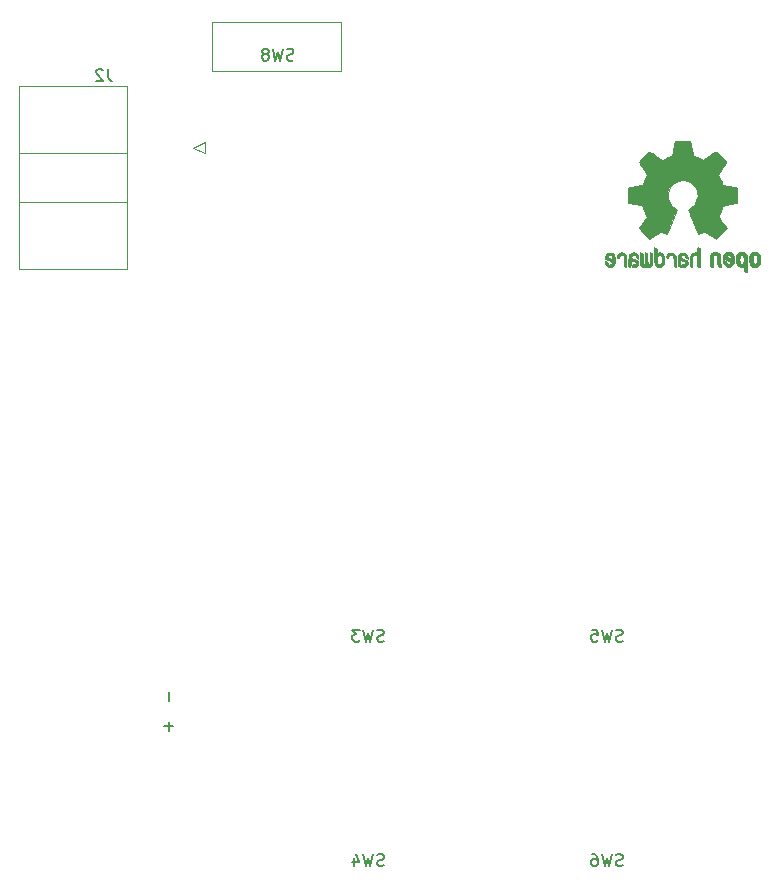
<source format=gbr>
%TF.GenerationSoftware,KiCad,Pcbnew,(6.0.2)*%
%TF.CreationDate,2022-05-21T08:25:36-07:00*%
%TF.ProjectId,muffin,6d756666-696e-42e6-9b69-6361645f7063,rev?*%
%TF.SameCoordinates,Original*%
%TF.FileFunction,Legend,Bot*%
%TF.FilePolarity,Positive*%
%FSLAX46Y46*%
G04 Gerber Fmt 4.6, Leading zero omitted, Abs format (unit mm)*
G04 Created by KiCad (PCBNEW (6.0.2)) date 2022-05-21 08:25:36*
%MOMM*%
%LPD*%
G01*
G04 APERTURE LIST*
%ADD10C,0.150000*%
%ADD11C,0.120000*%
%ADD12C,0.010000*%
G04 APERTURE END LIST*
D10*
%TO.C,SW3*%
X129095333Y-108227761D02*
X128952476Y-108275380D01*
X128714380Y-108275380D01*
X128619142Y-108227761D01*
X128571523Y-108180142D01*
X128523904Y-108084904D01*
X128523904Y-107989666D01*
X128571523Y-107894428D01*
X128619142Y-107846809D01*
X128714380Y-107799190D01*
X128904857Y-107751571D01*
X129000095Y-107703952D01*
X129047714Y-107656333D01*
X129095333Y-107561095D01*
X129095333Y-107465857D01*
X129047714Y-107370619D01*
X129000095Y-107323000D01*
X128904857Y-107275380D01*
X128666761Y-107275380D01*
X128523904Y-107323000D01*
X128190571Y-107275380D02*
X127952476Y-108275380D01*
X127762000Y-107561095D01*
X127571523Y-108275380D01*
X127333428Y-107275380D01*
X127047714Y-107275380D02*
X126428666Y-107275380D01*
X126762000Y-107656333D01*
X126619142Y-107656333D01*
X126523904Y-107703952D01*
X126476285Y-107751571D01*
X126428666Y-107846809D01*
X126428666Y-108084904D01*
X126476285Y-108180142D01*
X126523904Y-108227761D01*
X126619142Y-108275380D01*
X126904857Y-108275380D01*
X127000095Y-108227761D01*
X127047714Y-108180142D01*
%TO.C,SW4*%
X129095333Y-127227761D02*
X128952476Y-127275380D01*
X128714380Y-127275380D01*
X128619142Y-127227761D01*
X128571523Y-127180142D01*
X128523904Y-127084904D01*
X128523904Y-126989666D01*
X128571523Y-126894428D01*
X128619142Y-126846809D01*
X128714380Y-126799190D01*
X128904857Y-126751571D01*
X129000095Y-126703952D01*
X129047714Y-126656333D01*
X129095333Y-126561095D01*
X129095333Y-126465857D01*
X129047714Y-126370619D01*
X129000095Y-126323000D01*
X128904857Y-126275380D01*
X128666761Y-126275380D01*
X128523904Y-126323000D01*
X128190571Y-126275380D02*
X127952476Y-127275380D01*
X127762000Y-126561095D01*
X127571523Y-127275380D01*
X127333428Y-126275380D01*
X126523904Y-126608714D02*
X126523904Y-127275380D01*
X126762000Y-126227761D02*
X127000095Y-126942047D01*
X126381047Y-126942047D01*
%TO.C,SW2*%
X110871428Y-115830952D02*
X110871428Y-115069047D01*
X111252380Y-115450000D02*
X110490476Y-115450000D01*
X110871428Y-113310952D02*
X110871428Y-112549047D01*
%TO.C,SW6*%
X149295333Y-127227761D02*
X149152476Y-127275380D01*
X148914380Y-127275380D01*
X148819142Y-127227761D01*
X148771523Y-127180142D01*
X148723904Y-127084904D01*
X148723904Y-126989666D01*
X148771523Y-126894428D01*
X148819142Y-126846809D01*
X148914380Y-126799190D01*
X149104857Y-126751571D01*
X149200095Y-126703952D01*
X149247714Y-126656333D01*
X149295333Y-126561095D01*
X149295333Y-126465857D01*
X149247714Y-126370619D01*
X149200095Y-126323000D01*
X149104857Y-126275380D01*
X148866761Y-126275380D01*
X148723904Y-126323000D01*
X148390571Y-126275380D02*
X148152476Y-127275380D01*
X147962000Y-126561095D01*
X147771523Y-127275380D01*
X147533428Y-126275380D01*
X146723904Y-126275380D02*
X146914380Y-126275380D01*
X147009619Y-126323000D01*
X147057238Y-126370619D01*
X147152476Y-126513476D01*
X147200095Y-126703952D01*
X147200095Y-127084904D01*
X147152476Y-127180142D01*
X147104857Y-127227761D01*
X147009619Y-127275380D01*
X146819142Y-127275380D01*
X146723904Y-127227761D01*
X146676285Y-127180142D01*
X146628666Y-127084904D01*
X146628666Y-126846809D01*
X146676285Y-126751571D01*
X146723904Y-126703952D01*
X146819142Y-126656333D01*
X147009619Y-126656333D01*
X147104857Y-126703952D01*
X147152476Y-126751571D01*
X147200095Y-126846809D01*
%TO.C,SW5*%
X149295333Y-108227761D02*
X149152476Y-108275380D01*
X148914380Y-108275380D01*
X148819142Y-108227761D01*
X148771523Y-108180142D01*
X148723904Y-108084904D01*
X148723904Y-107989666D01*
X148771523Y-107894428D01*
X148819142Y-107846809D01*
X148914380Y-107799190D01*
X149104857Y-107751571D01*
X149200095Y-107703952D01*
X149247714Y-107656333D01*
X149295333Y-107561095D01*
X149295333Y-107465857D01*
X149247714Y-107370619D01*
X149200095Y-107323000D01*
X149104857Y-107275380D01*
X148866761Y-107275380D01*
X148723904Y-107323000D01*
X148390571Y-107275380D02*
X148152476Y-108275380D01*
X147962000Y-107561095D01*
X147771523Y-108275380D01*
X147533428Y-107275380D01*
X146676285Y-107275380D02*
X147152476Y-107275380D01*
X147200095Y-107751571D01*
X147152476Y-107703952D01*
X147057238Y-107656333D01*
X146819142Y-107656333D01*
X146723904Y-107703952D01*
X146676285Y-107751571D01*
X146628666Y-107846809D01*
X146628666Y-108084904D01*
X146676285Y-108180142D01*
X146723904Y-108227761D01*
X146819142Y-108275380D01*
X147057238Y-108275380D01*
X147152476Y-108227761D01*
X147200095Y-108180142D01*
%TO.C,SW8*%
X121433333Y-59034761D02*
X121290476Y-59082380D01*
X121052380Y-59082380D01*
X120957142Y-59034761D01*
X120909523Y-58987142D01*
X120861904Y-58891904D01*
X120861904Y-58796666D01*
X120909523Y-58701428D01*
X120957142Y-58653809D01*
X121052380Y-58606190D01*
X121242857Y-58558571D01*
X121338095Y-58510952D01*
X121385714Y-58463333D01*
X121433333Y-58368095D01*
X121433333Y-58272857D01*
X121385714Y-58177619D01*
X121338095Y-58130000D01*
X121242857Y-58082380D01*
X121004761Y-58082380D01*
X120861904Y-58130000D01*
X120528571Y-58082380D02*
X120290476Y-59082380D01*
X120100000Y-58368095D01*
X119909523Y-59082380D01*
X119671428Y-58082380D01*
X119147619Y-58510952D02*
X119242857Y-58463333D01*
X119290476Y-58415714D01*
X119338095Y-58320476D01*
X119338095Y-58272857D01*
X119290476Y-58177619D01*
X119242857Y-58130000D01*
X119147619Y-58082380D01*
X118957142Y-58082380D01*
X118861904Y-58130000D01*
X118814285Y-58177619D01*
X118766666Y-58272857D01*
X118766666Y-58320476D01*
X118814285Y-58415714D01*
X118861904Y-58463333D01*
X118957142Y-58510952D01*
X119147619Y-58510952D01*
X119242857Y-58558571D01*
X119290476Y-58606190D01*
X119338095Y-58701428D01*
X119338095Y-58891904D01*
X119290476Y-58987142D01*
X119242857Y-59034761D01*
X119147619Y-59082380D01*
X118957142Y-59082380D01*
X118861904Y-59034761D01*
X118814285Y-58987142D01*
X118766666Y-58891904D01*
X118766666Y-58701428D01*
X118814285Y-58606190D01*
X118861904Y-58558571D01*
X118957142Y-58510952D01*
%TO.C,J2*%
X105725833Y-59797380D02*
X105725833Y-60511666D01*
X105773452Y-60654523D01*
X105868690Y-60749761D01*
X106011547Y-60797380D01*
X106106785Y-60797380D01*
X105297261Y-59892619D02*
X105249642Y-59845000D01*
X105154404Y-59797380D01*
X104916309Y-59797380D01*
X104821071Y-59845000D01*
X104773452Y-59892619D01*
X104725833Y-59987857D01*
X104725833Y-60083095D01*
X104773452Y-60225952D01*
X105344880Y-60797380D01*
X104725833Y-60797380D01*
D11*
%TO.C,SW8*%
X114500000Y-59930000D02*
X125500000Y-59930000D01*
X125500000Y-59930000D02*
X125500000Y-55830000D01*
X125500000Y-55830000D02*
X114500000Y-55830000D01*
X114500000Y-55830000D02*
X114500000Y-59930000D01*
D12*
%TO.C,REF\u002A\u002A*%
X150065594Y-75355156D02*
X149981531Y-75393393D01*
X149981531Y-75393393D02*
X149915550Y-75439726D01*
X149915550Y-75439726D02*
X149867206Y-75491532D01*
X149867206Y-75491532D02*
X149833828Y-75558363D01*
X149833828Y-75558363D02*
X149812747Y-75649769D01*
X149812747Y-75649769D02*
X149801293Y-75775301D01*
X149801293Y-75775301D02*
X149796797Y-75944508D01*
X149796797Y-75944508D02*
X149796322Y-76055933D01*
X149796322Y-76055933D02*
X149796322Y-76490627D01*
X149796322Y-76490627D02*
X149870684Y-76524509D01*
X149870684Y-76524509D02*
X149929254Y-76549272D01*
X149929254Y-76549272D02*
X149958270Y-76558391D01*
X149958270Y-76558391D02*
X149963821Y-76531257D01*
X149963821Y-76531257D02*
X149968225Y-76458094D01*
X149968225Y-76458094D02*
X149970922Y-76351263D01*
X149970922Y-76351263D02*
X149971494Y-76266437D01*
X149971494Y-76266437D02*
X149973954Y-76143887D01*
X149973954Y-76143887D02*
X149980588Y-76046668D01*
X149980588Y-76046668D02*
X149990274Y-75987134D01*
X149990274Y-75987134D02*
X149997968Y-75974483D01*
X149997968Y-75974483D02*
X150049689Y-75987402D01*
X150049689Y-75987402D02*
X150130883Y-76020539D01*
X150130883Y-76020539D02*
X150224898Y-76065461D01*
X150224898Y-76065461D02*
X150315083Y-76113735D01*
X150315083Y-76113735D02*
X150384785Y-76156928D01*
X150384785Y-76156928D02*
X150417352Y-76186608D01*
X150417352Y-76186608D02*
X150417481Y-76186929D01*
X150417481Y-76186929D02*
X150414680Y-76241857D01*
X150414680Y-76241857D02*
X150389561Y-76294292D01*
X150389561Y-76294292D02*
X150345459Y-76336881D01*
X150345459Y-76336881D02*
X150281091Y-76351126D01*
X150281091Y-76351126D02*
X150226079Y-76349466D01*
X150226079Y-76349466D02*
X150148165Y-76348245D01*
X150148165Y-76348245D02*
X150107268Y-76366498D01*
X150107268Y-76366498D02*
X150082705Y-76414726D01*
X150082705Y-76414726D02*
X150079608Y-76423820D01*
X150079608Y-76423820D02*
X150068960Y-76492598D01*
X150068960Y-76492598D02*
X150097435Y-76534360D01*
X150097435Y-76534360D02*
X150171656Y-76554263D01*
X150171656Y-76554263D02*
X150251832Y-76557944D01*
X150251832Y-76557944D02*
X150396110Y-76530658D01*
X150396110Y-76530658D02*
X150470797Y-76491690D01*
X150470797Y-76491690D02*
X150563037Y-76400148D01*
X150563037Y-76400148D02*
X150611957Y-76287782D01*
X150611957Y-76287782D02*
X150616346Y-76169051D01*
X150616346Y-76169051D02*
X150574999Y-76058411D01*
X150574999Y-76058411D02*
X150512803Y-75989080D01*
X150512803Y-75989080D02*
X150450706Y-75950265D01*
X150450706Y-75950265D02*
X150353105Y-75901125D01*
X150353105Y-75901125D02*
X150239368Y-75851292D01*
X150239368Y-75851292D02*
X150220410Y-75843677D01*
X150220410Y-75843677D02*
X150095479Y-75788545D01*
X150095479Y-75788545D02*
X150023461Y-75739954D01*
X150023461Y-75739954D02*
X150000300Y-75691647D01*
X150000300Y-75691647D02*
X150021936Y-75637370D01*
X150021936Y-75637370D02*
X150059080Y-75594943D01*
X150059080Y-75594943D02*
X150146873Y-75542702D01*
X150146873Y-75542702D02*
X150243470Y-75538784D01*
X150243470Y-75538784D02*
X150332056Y-75579041D01*
X150332056Y-75579041D02*
X150395814Y-75659326D01*
X150395814Y-75659326D02*
X150404183Y-75680040D01*
X150404183Y-75680040D02*
X150452904Y-75756225D01*
X150452904Y-75756225D02*
X150524035Y-75812785D01*
X150524035Y-75812785D02*
X150613793Y-75859201D01*
X150613793Y-75859201D02*
X150613793Y-75727584D01*
X150613793Y-75727584D02*
X150608510Y-75647168D01*
X150608510Y-75647168D02*
X150585858Y-75583786D01*
X150585858Y-75583786D02*
X150535633Y-75516163D01*
X150535633Y-75516163D02*
X150487418Y-75464076D01*
X150487418Y-75464076D02*
X150412446Y-75390322D01*
X150412446Y-75390322D02*
X150354194Y-75350702D01*
X150354194Y-75350702D02*
X150291628Y-75334810D01*
X150291628Y-75334810D02*
X150220807Y-75332184D01*
X150220807Y-75332184D02*
X150065594Y-75355156D01*
X150065594Y-75355156D02*
X150065594Y-75355156D01*
G36*
X150291628Y-75334810D02*
G01*
X150354194Y-75350702D01*
X150412446Y-75390322D01*
X150487418Y-75464076D01*
X150535633Y-75516163D01*
X150585858Y-75583786D01*
X150608510Y-75647168D01*
X150613793Y-75727584D01*
X150613793Y-75859201D01*
X150524035Y-75812785D01*
X150452904Y-75756225D01*
X150404183Y-75680040D01*
X150395814Y-75659326D01*
X150332056Y-75579041D01*
X150243470Y-75538784D01*
X150146873Y-75542702D01*
X150059080Y-75594943D01*
X150021936Y-75637370D01*
X150000300Y-75691647D01*
X150023461Y-75739954D01*
X150095479Y-75788545D01*
X150220410Y-75843677D01*
X150239368Y-75851292D01*
X150353105Y-75901125D01*
X150450706Y-75950265D01*
X150512803Y-75989080D01*
X150574999Y-76058411D01*
X150616346Y-76169051D01*
X150611957Y-76287782D01*
X150563037Y-76400148D01*
X150470797Y-76491690D01*
X150396110Y-76530658D01*
X150251832Y-76557944D01*
X150171656Y-76554263D01*
X150097435Y-76534360D01*
X150068960Y-76492598D01*
X150079608Y-76423820D01*
X150082705Y-76414726D01*
X150107268Y-76366498D01*
X150148165Y-76348245D01*
X150226079Y-76349466D01*
X150281091Y-76351126D01*
X150345459Y-76336881D01*
X150389561Y-76294292D01*
X150414680Y-76241857D01*
X150417481Y-76186929D01*
X150417352Y-76186608D01*
X150384785Y-76156928D01*
X150315083Y-76113735D01*
X150224898Y-76065461D01*
X150130883Y-76020539D01*
X150049689Y-75987402D01*
X149997968Y-75974483D01*
X149990274Y-75987134D01*
X149980588Y-76046668D01*
X149973954Y-76143887D01*
X149971494Y-76266437D01*
X149970922Y-76351263D01*
X149968225Y-76458094D01*
X149963821Y-76531257D01*
X149958270Y-76558391D01*
X149929254Y-76549272D01*
X149870684Y-76524509D01*
X149796322Y-76490627D01*
X149796322Y-76055933D01*
X149796797Y-75944508D01*
X149801293Y-75775301D01*
X149812747Y-75649769D01*
X149833828Y-75558363D01*
X149867206Y-75491532D01*
X149915550Y-75439726D01*
X149981531Y-75393393D01*
X150065594Y-75355156D01*
X150220807Y-75332184D01*
X150291628Y-75334810D01*
G37*
X150291628Y-75334810D02*
X150354194Y-75350702D01*
X150412446Y-75390322D01*
X150487418Y-75464076D01*
X150535633Y-75516163D01*
X150585858Y-75583786D01*
X150608510Y-75647168D01*
X150613793Y-75727584D01*
X150613793Y-75859201D01*
X150524035Y-75812785D01*
X150452904Y-75756225D01*
X150404183Y-75680040D01*
X150395814Y-75659326D01*
X150332056Y-75579041D01*
X150243470Y-75538784D01*
X150146873Y-75542702D01*
X150059080Y-75594943D01*
X150021936Y-75637370D01*
X150000300Y-75691647D01*
X150023461Y-75739954D01*
X150095479Y-75788545D01*
X150220410Y-75843677D01*
X150239368Y-75851292D01*
X150353105Y-75901125D01*
X150450706Y-75950265D01*
X150512803Y-75989080D01*
X150574999Y-76058411D01*
X150616346Y-76169051D01*
X150611957Y-76287782D01*
X150563037Y-76400148D01*
X150470797Y-76491690D01*
X150396110Y-76530658D01*
X150251832Y-76557944D01*
X150171656Y-76554263D01*
X150097435Y-76534360D01*
X150068960Y-76492598D01*
X150079608Y-76423820D01*
X150082705Y-76414726D01*
X150107268Y-76366498D01*
X150148165Y-76348245D01*
X150226079Y-76349466D01*
X150281091Y-76351126D01*
X150345459Y-76336881D01*
X150389561Y-76294292D01*
X150414680Y-76241857D01*
X150417481Y-76186929D01*
X150417352Y-76186608D01*
X150384785Y-76156928D01*
X150315083Y-76113735D01*
X150224898Y-76065461D01*
X150130883Y-76020539D01*
X150049689Y-75987402D01*
X149997968Y-75974483D01*
X149990274Y-75987134D01*
X149980588Y-76046668D01*
X149973954Y-76143887D01*
X149971494Y-76266437D01*
X149970922Y-76351263D01*
X149968225Y-76458094D01*
X149963821Y-76531257D01*
X149958270Y-76558391D01*
X149929254Y-76549272D01*
X149870684Y-76524509D01*
X149796322Y-76490627D01*
X149796322Y-76055933D01*
X149796797Y-75944508D01*
X149801293Y-75775301D01*
X149812747Y-75649769D01*
X149833828Y-75558363D01*
X149867206Y-75491532D01*
X149915550Y-75439726D01*
X149981531Y-75393393D01*
X150065594Y-75355156D01*
X150220807Y-75332184D01*
X150291628Y-75334810D01*
X148036561Y-75376540D02*
X147921050Y-75452034D01*
X147921050Y-75452034D02*
X147865336Y-75519617D01*
X147865336Y-75519617D02*
X147821196Y-75642255D01*
X147821196Y-75642255D02*
X147817691Y-75739298D01*
X147817691Y-75739298D02*
X147825632Y-75869056D01*
X147825632Y-75869056D02*
X148124885Y-76000039D01*
X148124885Y-76000039D02*
X148270389Y-76066958D01*
X148270389Y-76066958D02*
X148365463Y-76120790D01*
X148365463Y-76120790D02*
X148414899Y-76167416D01*
X148414899Y-76167416D02*
X148423489Y-76212720D01*
X148423489Y-76212720D02*
X148396028Y-76262582D01*
X148396028Y-76262582D02*
X148365747Y-76295632D01*
X148365747Y-76295632D02*
X148277637Y-76348633D01*
X148277637Y-76348633D02*
X148181804Y-76352347D01*
X148181804Y-76352347D02*
X148093788Y-76311041D01*
X148093788Y-76311041D02*
X148029131Y-76228983D01*
X148029131Y-76228983D02*
X148017567Y-76200008D01*
X148017567Y-76200008D02*
X147962175Y-76109509D01*
X147962175Y-76109509D02*
X147898447Y-76070940D01*
X147898447Y-76070940D02*
X147811034Y-76037946D01*
X147811034Y-76037946D02*
X147811034Y-76163034D01*
X147811034Y-76163034D02*
X147818762Y-76248156D01*
X147818762Y-76248156D02*
X147849034Y-76319938D01*
X147849034Y-76319938D02*
X147912482Y-76402356D01*
X147912482Y-76402356D02*
X147921912Y-76413066D01*
X147921912Y-76413066D02*
X147992487Y-76486391D01*
X147992487Y-76486391D02*
X148053153Y-76525742D01*
X148053153Y-76525742D02*
X148129050Y-76543845D01*
X148129050Y-76543845D02*
X148191970Y-76549774D01*
X148191970Y-76549774D02*
X148304513Y-76551251D01*
X148304513Y-76551251D02*
X148384630Y-76532535D01*
X148384630Y-76532535D02*
X148434610Y-76504747D01*
X148434610Y-76504747D02*
X148513162Y-76443641D01*
X148513162Y-76443641D02*
X148567537Y-76377554D01*
X148567537Y-76377554D02*
X148601948Y-76294441D01*
X148601948Y-76294441D02*
X148620612Y-76182254D01*
X148620612Y-76182254D02*
X148627744Y-76028946D01*
X148627744Y-76028946D02*
X148628313Y-75951136D01*
X148628313Y-75951136D02*
X148626378Y-75857853D01*
X148626378Y-75857853D02*
X148450101Y-75857853D01*
X148450101Y-75857853D02*
X148448056Y-75907896D01*
X148448056Y-75907896D02*
X148442961Y-75916092D01*
X148442961Y-75916092D02*
X148409334Y-75904958D01*
X148409334Y-75904958D02*
X148336970Y-75875493D01*
X148336970Y-75875493D02*
X148240253Y-75833601D01*
X148240253Y-75833601D02*
X148220027Y-75824597D01*
X148220027Y-75824597D02*
X148097797Y-75762442D01*
X148097797Y-75762442D02*
X148030453Y-75707815D01*
X148030453Y-75707815D02*
X148015652Y-75656649D01*
X148015652Y-75656649D02*
X148051053Y-75604876D01*
X148051053Y-75604876D02*
X148080289Y-75582000D01*
X148080289Y-75582000D02*
X148185784Y-75536250D01*
X148185784Y-75536250D02*
X148284524Y-75543808D01*
X148284524Y-75543808D02*
X148367188Y-75599651D01*
X148367188Y-75599651D02*
X148424452Y-75698753D01*
X148424452Y-75698753D02*
X148442812Y-75777414D01*
X148442812Y-75777414D02*
X148450101Y-75857853D01*
X148450101Y-75857853D02*
X148626378Y-75857853D01*
X148626378Y-75857853D02*
X148624541Y-75769351D01*
X148624541Y-75769351D02*
X148610641Y-75634853D01*
X148610641Y-75634853D02*
X148583106Y-75536916D01*
X148583106Y-75536916D02*
X148538428Y-75464811D01*
X148538428Y-75464811D02*
X148473099Y-75407813D01*
X148473099Y-75407813D02*
X148444617Y-75389393D01*
X148444617Y-75389393D02*
X148315237Y-75341422D01*
X148315237Y-75341422D02*
X148173588Y-75338403D01*
X148173588Y-75338403D02*
X148036561Y-75376540D01*
X148036561Y-75376540D02*
X148036561Y-75376540D01*
G36*
X148627744Y-76028946D02*
G01*
X148620612Y-76182254D01*
X148601948Y-76294441D01*
X148567537Y-76377554D01*
X148513162Y-76443641D01*
X148434610Y-76504747D01*
X148384630Y-76532535D01*
X148304513Y-76551251D01*
X148191970Y-76549774D01*
X148129050Y-76543845D01*
X148053153Y-76525742D01*
X147992487Y-76486391D01*
X147921912Y-76413066D01*
X147912482Y-76402356D01*
X147849034Y-76319938D01*
X147818762Y-76248156D01*
X147811034Y-76163034D01*
X147811034Y-76037946D01*
X147898447Y-76070940D01*
X147962175Y-76109509D01*
X148017567Y-76200008D01*
X148029131Y-76228983D01*
X148093788Y-76311041D01*
X148181804Y-76352347D01*
X148277637Y-76348633D01*
X148365747Y-76295632D01*
X148396028Y-76262582D01*
X148423489Y-76212720D01*
X148414899Y-76167416D01*
X148365463Y-76120790D01*
X148270389Y-76066958D01*
X148124885Y-76000039D01*
X147825632Y-75869056D01*
X147817691Y-75739298D01*
X147820676Y-75656649D01*
X148015652Y-75656649D01*
X148030453Y-75707815D01*
X148097797Y-75762442D01*
X148220027Y-75824597D01*
X148240253Y-75833601D01*
X148336970Y-75875493D01*
X148409334Y-75904958D01*
X148442961Y-75916092D01*
X148448056Y-75907896D01*
X148450101Y-75857853D01*
X148442812Y-75777414D01*
X148424452Y-75698753D01*
X148367188Y-75599651D01*
X148284524Y-75543808D01*
X148185784Y-75536250D01*
X148080289Y-75582000D01*
X148051053Y-75604876D01*
X148015652Y-75656649D01*
X147820676Y-75656649D01*
X147821196Y-75642255D01*
X147865336Y-75519617D01*
X147921050Y-75452034D01*
X148036561Y-75376540D01*
X148173588Y-75338403D01*
X148315237Y-75341422D01*
X148444617Y-75389393D01*
X148473099Y-75407813D01*
X148538428Y-75464811D01*
X148583106Y-75536916D01*
X148610641Y-75634853D01*
X148624541Y-75769351D01*
X148626378Y-75857853D01*
X148628313Y-75951136D01*
X148627744Y-76028946D01*
G37*
X148627744Y-76028946D02*
X148620612Y-76182254D01*
X148601948Y-76294441D01*
X148567537Y-76377554D01*
X148513162Y-76443641D01*
X148434610Y-76504747D01*
X148384630Y-76532535D01*
X148304513Y-76551251D01*
X148191970Y-76549774D01*
X148129050Y-76543845D01*
X148053153Y-76525742D01*
X147992487Y-76486391D01*
X147921912Y-76413066D01*
X147912482Y-76402356D01*
X147849034Y-76319938D01*
X147818762Y-76248156D01*
X147811034Y-76163034D01*
X147811034Y-76037946D01*
X147898447Y-76070940D01*
X147962175Y-76109509D01*
X148017567Y-76200008D01*
X148029131Y-76228983D01*
X148093788Y-76311041D01*
X148181804Y-76352347D01*
X148277637Y-76348633D01*
X148365747Y-76295632D01*
X148396028Y-76262582D01*
X148423489Y-76212720D01*
X148414899Y-76167416D01*
X148365463Y-76120790D01*
X148270389Y-76066958D01*
X148124885Y-76000039D01*
X147825632Y-75869056D01*
X147817691Y-75739298D01*
X147820676Y-75656649D01*
X148015652Y-75656649D01*
X148030453Y-75707815D01*
X148097797Y-75762442D01*
X148220027Y-75824597D01*
X148240253Y-75833601D01*
X148336970Y-75875493D01*
X148409334Y-75904958D01*
X148442961Y-75916092D01*
X148448056Y-75907896D01*
X148450101Y-75857853D01*
X148442812Y-75777414D01*
X148424452Y-75698753D01*
X148367188Y-75599651D01*
X148284524Y-75543808D01*
X148185784Y-75536250D01*
X148080289Y-75582000D01*
X148051053Y-75604876D01*
X148015652Y-75656649D01*
X147820676Y-75656649D01*
X147821196Y-75642255D01*
X147865336Y-75519617D01*
X147921050Y-75452034D01*
X148036561Y-75376540D01*
X148173588Y-75338403D01*
X148315237Y-75341422D01*
X148444617Y-75389393D01*
X148473099Y-75407813D01*
X148538428Y-75464811D01*
X148583106Y-75536916D01*
X148610641Y-75634853D01*
X148624541Y-75769351D01*
X148626378Y-75857853D01*
X148628313Y-75951136D01*
X148627744Y-76028946D01*
X156962571Y-75297719D02*
X156868877Y-75351914D01*
X156868877Y-75351914D02*
X156803736Y-75405707D01*
X156803736Y-75405707D02*
X156756093Y-75462066D01*
X156756093Y-75462066D02*
X156723272Y-75530987D01*
X156723272Y-75530987D02*
X156702594Y-75622468D01*
X156702594Y-75622468D02*
X156691380Y-75746506D01*
X156691380Y-75746506D02*
X156686951Y-75913098D01*
X156686951Y-75913098D02*
X156686437Y-76032851D01*
X156686437Y-76032851D02*
X156686437Y-76473659D01*
X156686437Y-76473659D02*
X156810517Y-76529283D01*
X156810517Y-76529283D02*
X156934598Y-76584907D01*
X156934598Y-76584907D02*
X156949195Y-76102095D01*
X156949195Y-76102095D02*
X156955227Y-75921779D01*
X156955227Y-75921779D02*
X156961555Y-75790901D01*
X156961555Y-75790901D02*
X156969394Y-75700511D01*
X156969394Y-75700511D02*
X156979963Y-75641664D01*
X156979963Y-75641664D02*
X156994477Y-75605413D01*
X156994477Y-75605413D02*
X157014152Y-75582810D01*
X157014152Y-75582810D02*
X157020465Y-75577917D01*
X157020465Y-75577917D02*
X157116112Y-75539706D01*
X157116112Y-75539706D02*
X157212793Y-75554827D01*
X157212793Y-75554827D02*
X157270345Y-75594943D01*
X157270345Y-75594943D02*
X157293755Y-75623370D01*
X157293755Y-75623370D02*
X157309961Y-75660672D01*
X157309961Y-75660672D02*
X157320259Y-75717223D01*
X157320259Y-75717223D02*
X157325951Y-75803394D01*
X157325951Y-75803394D02*
X157328336Y-75929558D01*
X157328336Y-75929558D02*
X157328736Y-76061042D01*
X157328736Y-76061042D02*
X157328814Y-76225999D01*
X157328814Y-76225999D02*
X157331639Y-76342761D01*
X157331639Y-76342761D02*
X157341093Y-76421510D01*
X157341093Y-76421510D02*
X157361060Y-76472431D01*
X157361060Y-76472431D02*
X157395424Y-76505706D01*
X157395424Y-76505706D02*
X157448068Y-76531520D01*
X157448068Y-76531520D02*
X157518383Y-76558344D01*
X157518383Y-76558344D02*
X157595180Y-76587542D01*
X157595180Y-76587542D02*
X157586038Y-76069346D01*
X157586038Y-76069346D02*
X157582357Y-75882539D01*
X157582357Y-75882539D02*
X157578050Y-75744490D01*
X157578050Y-75744490D02*
X157571877Y-75645568D01*
X157571877Y-75645568D02*
X157562598Y-75576145D01*
X157562598Y-75576145D02*
X157548973Y-75526590D01*
X157548973Y-75526590D02*
X157529761Y-75487273D01*
X157529761Y-75487273D02*
X157506598Y-75452584D01*
X157506598Y-75452584D02*
X157394848Y-75341770D01*
X157394848Y-75341770D02*
X157258487Y-75277689D01*
X157258487Y-75277689D02*
X157110175Y-75262339D01*
X157110175Y-75262339D02*
X156962571Y-75297719D01*
X156962571Y-75297719D02*
X156962571Y-75297719D01*
G36*
X157258487Y-75277689D02*
G01*
X157394848Y-75341770D01*
X157506598Y-75452584D01*
X157529761Y-75487273D01*
X157548973Y-75526590D01*
X157562598Y-75576145D01*
X157571877Y-75645568D01*
X157578050Y-75744490D01*
X157582357Y-75882539D01*
X157586038Y-76069346D01*
X157595180Y-76587542D01*
X157518383Y-76558344D01*
X157448068Y-76531520D01*
X157395424Y-76505706D01*
X157361060Y-76472431D01*
X157341093Y-76421510D01*
X157331639Y-76342761D01*
X157328814Y-76225999D01*
X157328736Y-76061042D01*
X157328336Y-75929558D01*
X157325951Y-75803394D01*
X157320259Y-75717223D01*
X157309961Y-75660672D01*
X157293755Y-75623370D01*
X157270345Y-75594943D01*
X157212793Y-75554827D01*
X157116112Y-75539706D01*
X157020465Y-75577917D01*
X157014152Y-75582810D01*
X156994477Y-75605413D01*
X156979963Y-75641664D01*
X156969394Y-75700511D01*
X156961555Y-75790901D01*
X156955227Y-75921779D01*
X156949195Y-76102095D01*
X156934598Y-76584907D01*
X156810517Y-76529283D01*
X156686437Y-76473659D01*
X156686437Y-76032851D01*
X156686951Y-75913098D01*
X156691380Y-75746506D01*
X156702594Y-75622468D01*
X156723272Y-75530987D01*
X156756093Y-75462066D01*
X156803736Y-75405707D01*
X156868877Y-75351914D01*
X156962571Y-75297719D01*
X157110175Y-75262339D01*
X157258487Y-75277689D01*
G37*
X157258487Y-75277689D02*
X157394848Y-75341770D01*
X157506598Y-75452584D01*
X157529761Y-75487273D01*
X157548973Y-75526590D01*
X157562598Y-75576145D01*
X157571877Y-75645568D01*
X157578050Y-75744490D01*
X157582357Y-75882539D01*
X157586038Y-76069346D01*
X157595180Y-76587542D01*
X157518383Y-76558344D01*
X157448068Y-76531520D01*
X157395424Y-76505706D01*
X157361060Y-76472431D01*
X157341093Y-76421510D01*
X157331639Y-76342761D01*
X157328814Y-76225999D01*
X157328736Y-76061042D01*
X157328336Y-75929558D01*
X157325951Y-75803394D01*
X157320259Y-75717223D01*
X157309961Y-75660672D01*
X157293755Y-75623370D01*
X157270345Y-75594943D01*
X157212793Y-75554827D01*
X157116112Y-75539706D01*
X157020465Y-75577917D01*
X157014152Y-75582810D01*
X156994477Y-75605413D01*
X156979963Y-75641664D01*
X156969394Y-75700511D01*
X156961555Y-75790901D01*
X156955227Y-75921779D01*
X156949195Y-76102095D01*
X156934598Y-76584907D01*
X156810517Y-76529283D01*
X156686437Y-76473659D01*
X156686437Y-76032851D01*
X156686951Y-75913098D01*
X156691380Y-75746506D01*
X156702594Y-75622468D01*
X156723272Y-75530987D01*
X156756093Y-75462066D01*
X156803736Y-75405707D01*
X156868877Y-75351914D01*
X156962571Y-75297719D01*
X157110175Y-75262339D01*
X157258487Y-75277689D01*
X159208100Y-75281903D02*
X159096550Y-75337522D01*
X159096550Y-75337522D02*
X158998092Y-75439931D01*
X158998092Y-75439931D02*
X158970977Y-75477864D01*
X158970977Y-75477864D02*
X158941438Y-75527500D01*
X158941438Y-75527500D02*
X158922272Y-75581412D01*
X158922272Y-75581412D02*
X158911307Y-75653364D01*
X158911307Y-75653364D02*
X158906371Y-75757122D01*
X158906371Y-75757122D02*
X158905287Y-75894101D01*
X158905287Y-75894101D02*
X158910182Y-76081815D01*
X158910182Y-76081815D02*
X158927196Y-76222758D01*
X158927196Y-76222758D02*
X158959823Y-76327908D01*
X158959823Y-76327908D02*
X159011558Y-76408243D01*
X159011558Y-76408243D02*
X159085896Y-76474741D01*
X159085896Y-76474741D02*
X159091358Y-76478678D01*
X159091358Y-76478678D02*
X159164620Y-76518953D01*
X159164620Y-76518953D02*
X159252840Y-76538880D01*
X159252840Y-76538880D02*
X159365038Y-76543793D01*
X159365038Y-76543793D02*
X159547433Y-76543793D01*
X159547433Y-76543793D02*
X159547509Y-76720857D01*
X159547509Y-76720857D02*
X159549207Y-76819470D01*
X159549207Y-76819470D02*
X159559550Y-76877314D01*
X159559550Y-76877314D02*
X159586578Y-76912006D01*
X159586578Y-76912006D02*
X159638332Y-76941164D01*
X159638332Y-76941164D02*
X159650761Y-76947121D01*
X159650761Y-76947121D02*
X159708923Y-76975039D01*
X159708923Y-76975039D02*
X159753956Y-76992672D01*
X159753956Y-76992672D02*
X159787441Y-76994194D01*
X159787441Y-76994194D02*
X159810962Y-76973781D01*
X159810962Y-76973781D02*
X159826100Y-76925607D01*
X159826100Y-76925607D02*
X159834437Y-76843846D01*
X159834437Y-76843846D02*
X159837556Y-76722672D01*
X159837556Y-76722672D02*
X159837040Y-76556260D01*
X159837040Y-76556260D02*
X159834471Y-76338785D01*
X159834471Y-76338785D02*
X159833668Y-76273736D01*
X159833668Y-76273736D02*
X159830778Y-76049502D01*
X159830778Y-76049502D02*
X159828188Y-75902821D01*
X159828188Y-75902821D02*
X159547586Y-75902821D01*
X159547586Y-75902821D02*
X159546009Y-76027326D01*
X159546009Y-76027326D02*
X159539000Y-76108787D01*
X159539000Y-76108787D02*
X159523142Y-76162515D01*
X159523142Y-76162515D02*
X159495019Y-76203823D01*
X159495019Y-76203823D02*
X159475925Y-76223971D01*
X159475925Y-76223971D02*
X159397865Y-76282921D01*
X159397865Y-76282921D02*
X159328753Y-76287720D01*
X159328753Y-76287720D02*
X159257440Y-76239038D01*
X159257440Y-76239038D02*
X159255632Y-76237241D01*
X159255632Y-76237241D02*
X159226617Y-76199618D01*
X159226617Y-76199618D02*
X159208967Y-76148484D01*
X159208967Y-76148484D02*
X159200064Y-76069738D01*
X159200064Y-76069738D02*
X159197291Y-75949276D01*
X159197291Y-75949276D02*
X159197241Y-75922588D01*
X159197241Y-75922588D02*
X159203942Y-75756583D01*
X159203942Y-75756583D02*
X159225752Y-75641505D01*
X159225752Y-75641505D02*
X159265235Y-75571254D01*
X159265235Y-75571254D02*
X159324956Y-75539729D01*
X159324956Y-75539729D02*
X159359472Y-75536552D01*
X159359472Y-75536552D02*
X159441389Y-75551460D01*
X159441389Y-75551460D02*
X159497579Y-75600548D01*
X159497579Y-75600548D02*
X159531402Y-75690362D01*
X159531402Y-75690362D02*
X159546220Y-75827445D01*
X159546220Y-75827445D02*
X159547586Y-75902821D01*
X159547586Y-75902821D02*
X159828188Y-75902821D01*
X159828188Y-75902821D02*
X159827713Y-75875952D01*
X159827713Y-75875952D02*
X159823753Y-75745382D01*
X159823753Y-75745382D02*
X159818174Y-75650087D01*
X159818174Y-75650087D02*
X159810254Y-75582364D01*
X159810254Y-75582364D02*
X159799269Y-75534507D01*
X159799269Y-75534507D02*
X159784499Y-75498813D01*
X159784499Y-75498813D02*
X159765218Y-75467578D01*
X159765218Y-75467578D02*
X159756951Y-75455824D01*
X159756951Y-75455824D02*
X159647288Y-75344797D01*
X159647288Y-75344797D02*
X159508635Y-75281847D01*
X159508635Y-75281847D02*
X159348246Y-75264297D01*
X159348246Y-75264297D02*
X159208100Y-75281903D01*
X159208100Y-75281903D02*
X159208100Y-75281903D01*
G36*
X159833668Y-76273736D02*
G01*
X159834471Y-76338785D01*
X159837040Y-76556260D01*
X159837556Y-76722672D01*
X159834437Y-76843846D01*
X159826100Y-76925607D01*
X159810962Y-76973781D01*
X159787441Y-76994194D01*
X159753956Y-76992672D01*
X159708923Y-76975039D01*
X159650761Y-76947121D01*
X159638332Y-76941164D01*
X159586578Y-76912006D01*
X159559550Y-76877314D01*
X159549207Y-76819470D01*
X159547509Y-76720857D01*
X159547433Y-76543793D01*
X159365038Y-76543793D01*
X159252840Y-76538880D01*
X159164620Y-76518953D01*
X159091358Y-76478678D01*
X159085896Y-76474741D01*
X159011558Y-76408243D01*
X158959823Y-76327908D01*
X158927196Y-76222758D01*
X158910182Y-76081815D01*
X158906030Y-75922588D01*
X159197241Y-75922588D01*
X159197291Y-75949276D01*
X159200064Y-76069738D01*
X159208967Y-76148484D01*
X159226617Y-76199618D01*
X159255632Y-76237241D01*
X159257440Y-76239038D01*
X159328753Y-76287720D01*
X159397865Y-76282921D01*
X159475925Y-76223971D01*
X159495019Y-76203823D01*
X159523142Y-76162515D01*
X159539000Y-76108787D01*
X159546009Y-76027326D01*
X159547586Y-75902821D01*
X159546220Y-75827445D01*
X159531402Y-75690362D01*
X159497579Y-75600548D01*
X159441389Y-75551460D01*
X159359472Y-75536552D01*
X159324956Y-75539729D01*
X159265235Y-75571254D01*
X159225752Y-75641505D01*
X159203942Y-75756583D01*
X159197241Y-75922588D01*
X158906030Y-75922588D01*
X158905287Y-75894101D01*
X158906371Y-75757122D01*
X158911307Y-75653364D01*
X158922272Y-75581412D01*
X158941438Y-75527500D01*
X158970977Y-75477864D01*
X158998092Y-75439931D01*
X159096550Y-75337522D01*
X159208100Y-75281903D01*
X159348246Y-75264297D01*
X159508635Y-75281847D01*
X159647288Y-75344797D01*
X159756951Y-75455824D01*
X159765218Y-75467578D01*
X159784499Y-75498813D01*
X159799269Y-75534507D01*
X159810254Y-75582364D01*
X159818174Y-75650087D01*
X159823753Y-75745382D01*
X159827713Y-75875952D01*
X159828188Y-75902821D01*
X159830778Y-76049502D01*
X159833668Y-76273736D01*
G37*
X159833668Y-76273736D02*
X159834471Y-76338785D01*
X159837040Y-76556260D01*
X159837556Y-76722672D01*
X159834437Y-76843846D01*
X159826100Y-76925607D01*
X159810962Y-76973781D01*
X159787441Y-76994194D01*
X159753956Y-76992672D01*
X159708923Y-76975039D01*
X159650761Y-76947121D01*
X159638332Y-76941164D01*
X159586578Y-76912006D01*
X159559550Y-76877314D01*
X159549207Y-76819470D01*
X159547509Y-76720857D01*
X159547433Y-76543793D01*
X159365038Y-76543793D01*
X159252840Y-76538880D01*
X159164620Y-76518953D01*
X159091358Y-76478678D01*
X159085896Y-76474741D01*
X159011558Y-76408243D01*
X158959823Y-76327908D01*
X158927196Y-76222758D01*
X158910182Y-76081815D01*
X158906030Y-75922588D01*
X159197241Y-75922588D01*
X159197291Y-75949276D01*
X159200064Y-76069738D01*
X159208967Y-76148484D01*
X159226617Y-76199618D01*
X159255632Y-76237241D01*
X159257440Y-76239038D01*
X159328753Y-76287720D01*
X159397865Y-76282921D01*
X159475925Y-76223971D01*
X159495019Y-76203823D01*
X159523142Y-76162515D01*
X159539000Y-76108787D01*
X159546009Y-76027326D01*
X159547586Y-75902821D01*
X159546220Y-75827445D01*
X159531402Y-75690362D01*
X159497579Y-75600548D01*
X159441389Y-75551460D01*
X159359472Y-75536552D01*
X159324956Y-75539729D01*
X159265235Y-75571254D01*
X159225752Y-75641505D01*
X159203942Y-75756583D01*
X159197241Y-75922588D01*
X158906030Y-75922588D01*
X158905287Y-75894101D01*
X158906371Y-75757122D01*
X158911307Y-75653364D01*
X158922272Y-75581412D01*
X158941438Y-75527500D01*
X158970977Y-75477864D01*
X158998092Y-75439931D01*
X159096550Y-75337522D01*
X159208100Y-75281903D01*
X159348246Y-75264297D01*
X159508635Y-75281847D01*
X159647288Y-75344797D01*
X159756951Y-75455824D01*
X159765218Y-75467578D01*
X159784499Y-75498813D01*
X159799269Y-75534507D01*
X159810254Y-75582364D01*
X159818174Y-75650087D01*
X159823753Y-75745382D01*
X159827713Y-75875952D01*
X159828188Y-75902821D01*
X159830778Y-76049502D01*
X159833668Y-76273736D01*
X151986086Y-75574455D02*
X151986457Y-75792661D01*
X151986457Y-75792661D02*
X151987892Y-75960519D01*
X151987892Y-75960519D02*
X151990998Y-76086070D01*
X151990998Y-76086070D02*
X151996378Y-76177355D01*
X151996378Y-76177355D02*
X152004638Y-76242415D01*
X152004638Y-76242415D02*
X152016384Y-76289291D01*
X152016384Y-76289291D02*
X152032219Y-76326024D01*
X152032219Y-76326024D02*
X152044210Y-76346991D01*
X152044210Y-76346991D02*
X152143510Y-76460694D01*
X152143510Y-76460694D02*
X152269412Y-76531965D01*
X152269412Y-76531965D02*
X152408709Y-76557538D01*
X152408709Y-76557538D02*
X152548195Y-76534150D01*
X152548195Y-76534150D02*
X152631257Y-76492119D01*
X152631257Y-76492119D02*
X152718455Y-76419411D01*
X152718455Y-76419411D02*
X152777883Y-76330612D01*
X152777883Y-76330612D02*
X152813739Y-76214320D01*
X152813739Y-76214320D02*
X152830219Y-76059135D01*
X152830219Y-76059135D02*
X152832553Y-75945287D01*
X152832553Y-75945287D02*
X152832239Y-75937106D01*
X152832239Y-75937106D02*
X152628276Y-75937106D01*
X152628276Y-75937106D02*
X152627030Y-76067657D01*
X152627030Y-76067657D02*
X152621322Y-76154080D01*
X152621322Y-76154080D02*
X152608196Y-76210618D01*
X152608196Y-76210618D02*
X152584694Y-76251514D01*
X152584694Y-76251514D02*
X152556614Y-76282362D01*
X152556614Y-76282362D02*
X152462312Y-76341905D01*
X152462312Y-76341905D02*
X152361060Y-76346992D01*
X152361060Y-76346992D02*
X152265364Y-76297279D01*
X152265364Y-76297279D02*
X152257916Y-76290543D01*
X152257916Y-76290543D02*
X152226126Y-76255502D01*
X152226126Y-76255502D02*
X152206192Y-76213811D01*
X152206192Y-76213811D02*
X152195400Y-76151762D01*
X152195400Y-76151762D02*
X152191035Y-76055644D01*
X152191035Y-76055644D02*
X152190345Y-75949379D01*
X152190345Y-75949379D02*
X152191841Y-75815880D01*
X152191841Y-75815880D02*
X152198036Y-75726822D01*
X152198036Y-75726822D02*
X152211486Y-75668293D01*
X152211486Y-75668293D02*
X152234749Y-75626382D01*
X152234749Y-75626382D02*
X152253825Y-75604123D01*
X152253825Y-75604123D02*
X152342437Y-75547985D01*
X152342437Y-75547985D02*
X152444492Y-75541235D01*
X152444492Y-75541235D02*
X152541905Y-75584114D01*
X152541905Y-75584114D02*
X152560704Y-75600032D01*
X152560704Y-75600032D02*
X152592707Y-75635382D01*
X152592707Y-75635382D02*
X152612682Y-75677502D01*
X152612682Y-75677502D02*
X152623407Y-75740251D01*
X152623407Y-75740251D02*
X152627661Y-75837487D01*
X152627661Y-75837487D02*
X152628276Y-75937106D01*
X152628276Y-75937106D02*
X152832239Y-75937106D01*
X152832239Y-75937106D02*
X152825496Y-75761947D01*
X152825496Y-75761947D02*
X152801528Y-75624195D01*
X152801528Y-75624195D02*
X152756452Y-75520632D01*
X152756452Y-75520632D02*
X152686072Y-75439856D01*
X152686072Y-75439856D02*
X152631257Y-75398455D01*
X152631257Y-75398455D02*
X152531624Y-75353728D01*
X152531624Y-75353728D02*
X152416145Y-75332967D01*
X152416145Y-75332967D02*
X152308801Y-75338525D01*
X152308801Y-75338525D02*
X152248736Y-75360943D01*
X152248736Y-75360943D02*
X152225165Y-75367323D01*
X152225165Y-75367323D02*
X152209523Y-75343535D01*
X152209523Y-75343535D02*
X152198605Y-75279788D01*
X152198605Y-75279788D02*
X152190345Y-75182687D01*
X152190345Y-75182687D02*
X152181301Y-75074541D01*
X152181301Y-75074541D02*
X152168739Y-75009475D01*
X152168739Y-75009475D02*
X152145881Y-74972268D01*
X152145881Y-74972268D02*
X152105949Y-74947699D01*
X152105949Y-74947699D02*
X152080862Y-74936819D01*
X152080862Y-74936819D02*
X151985977Y-74897072D01*
X151985977Y-74897072D02*
X151986086Y-75574455D01*
X151986086Y-75574455D02*
X151986086Y-75574455D01*
G36*
X152830219Y-76059135D02*
G01*
X152813739Y-76214320D01*
X152777883Y-76330612D01*
X152718455Y-76419411D01*
X152631257Y-76492119D01*
X152548195Y-76534150D01*
X152408709Y-76557538D01*
X152269412Y-76531965D01*
X152143510Y-76460694D01*
X152044210Y-76346991D01*
X152032219Y-76326024D01*
X152016384Y-76289291D01*
X152004638Y-76242415D01*
X151996378Y-76177355D01*
X151990998Y-76086070D01*
X151987892Y-75960519D01*
X151987797Y-75949379D01*
X152190345Y-75949379D01*
X152191035Y-76055644D01*
X152195400Y-76151762D01*
X152206192Y-76213811D01*
X152226126Y-76255502D01*
X152257916Y-76290543D01*
X152265364Y-76297279D01*
X152361060Y-76346992D01*
X152462312Y-76341905D01*
X152556614Y-76282362D01*
X152584694Y-76251514D01*
X152608196Y-76210618D01*
X152621322Y-76154080D01*
X152627030Y-76067657D01*
X152628276Y-75937106D01*
X152627661Y-75837487D01*
X152623407Y-75740251D01*
X152612682Y-75677502D01*
X152592707Y-75635382D01*
X152560704Y-75600032D01*
X152541905Y-75584114D01*
X152444492Y-75541235D01*
X152342437Y-75547985D01*
X152253825Y-75604123D01*
X152234749Y-75626382D01*
X152211486Y-75668293D01*
X152198036Y-75726822D01*
X152191841Y-75815880D01*
X152190345Y-75949379D01*
X151987797Y-75949379D01*
X151986457Y-75792661D01*
X151986086Y-75574455D01*
X151985977Y-74897072D01*
X152080862Y-74936819D01*
X152105949Y-74947699D01*
X152145881Y-74972268D01*
X152168739Y-75009475D01*
X152181301Y-75074541D01*
X152190345Y-75182687D01*
X152198605Y-75279788D01*
X152209523Y-75343535D01*
X152225165Y-75367323D01*
X152248736Y-75360943D01*
X152308801Y-75338525D01*
X152416145Y-75332967D01*
X152531624Y-75353728D01*
X152631257Y-75398455D01*
X152686072Y-75439856D01*
X152756452Y-75520632D01*
X152801528Y-75624195D01*
X152825496Y-75761947D01*
X152832239Y-75937106D01*
X152832553Y-75945287D01*
X152830219Y-76059135D01*
G37*
X152830219Y-76059135D02*
X152813739Y-76214320D01*
X152777883Y-76330612D01*
X152718455Y-76419411D01*
X152631257Y-76492119D01*
X152548195Y-76534150D01*
X152408709Y-76557538D01*
X152269412Y-76531965D01*
X152143510Y-76460694D01*
X152044210Y-76346991D01*
X152032219Y-76326024D01*
X152016384Y-76289291D01*
X152004638Y-76242415D01*
X151996378Y-76177355D01*
X151990998Y-76086070D01*
X151987892Y-75960519D01*
X151987797Y-75949379D01*
X152190345Y-75949379D01*
X152191035Y-76055644D01*
X152195400Y-76151762D01*
X152206192Y-76213811D01*
X152226126Y-76255502D01*
X152257916Y-76290543D01*
X152265364Y-76297279D01*
X152361060Y-76346992D01*
X152462312Y-76341905D01*
X152556614Y-76282362D01*
X152584694Y-76251514D01*
X152608196Y-76210618D01*
X152621322Y-76154080D01*
X152627030Y-76067657D01*
X152628276Y-75937106D01*
X152627661Y-75837487D01*
X152623407Y-75740251D01*
X152612682Y-75677502D01*
X152592707Y-75635382D01*
X152560704Y-75600032D01*
X152541905Y-75584114D01*
X152444492Y-75541235D01*
X152342437Y-75547985D01*
X152253825Y-75604123D01*
X152234749Y-75626382D01*
X152211486Y-75668293D01*
X152198036Y-75726822D01*
X152191841Y-75815880D01*
X152190345Y-75949379D01*
X151987797Y-75949379D01*
X151986457Y-75792661D01*
X151986086Y-75574455D01*
X151985977Y-74897072D01*
X152080862Y-74936819D01*
X152105949Y-74947699D01*
X152145881Y-74972268D01*
X152168739Y-75009475D01*
X152181301Y-75074541D01*
X152190345Y-75182687D01*
X152198605Y-75279788D01*
X152209523Y-75343535D01*
X152225165Y-75367323D01*
X152248736Y-75360943D01*
X152308801Y-75338525D01*
X152416145Y-75332967D01*
X152531624Y-75353728D01*
X152631257Y-75398455D01*
X152686072Y-75439856D01*
X152756452Y-75520632D01*
X152801528Y-75624195D01*
X152825496Y-75761947D01*
X152832239Y-75937106D01*
X152832553Y-75945287D01*
X152830219Y-76059135D01*
X160331779Y-75286015D02*
X160194939Y-75357968D01*
X160194939Y-75357968D02*
X160093949Y-75473766D01*
X160093949Y-75473766D02*
X160058075Y-75548213D01*
X160058075Y-75548213D02*
X160030161Y-75659992D01*
X160030161Y-75659992D02*
X160015871Y-75801227D01*
X160015871Y-75801227D02*
X160014516Y-75955371D01*
X160014516Y-75955371D02*
X160025405Y-76105879D01*
X160025405Y-76105879D02*
X160047847Y-76236205D01*
X160047847Y-76236205D02*
X160081150Y-76329803D01*
X160081150Y-76329803D02*
X160091385Y-76345922D01*
X160091385Y-76345922D02*
X160212618Y-76466249D01*
X160212618Y-76466249D02*
X160356613Y-76538317D01*
X160356613Y-76538317D02*
X160512861Y-76559408D01*
X160512861Y-76559408D02*
X160670852Y-76526802D01*
X160670852Y-76526802D02*
X160714820Y-76507253D01*
X160714820Y-76507253D02*
X160800444Y-76447012D01*
X160800444Y-76447012D02*
X160875592Y-76367135D01*
X160875592Y-76367135D02*
X160882694Y-76357004D01*
X160882694Y-76357004D02*
X160911561Y-76308181D01*
X160911561Y-76308181D02*
X160930643Y-76255990D01*
X160930643Y-76255990D02*
X160941916Y-76187285D01*
X160941916Y-76187285D02*
X160947355Y-76088918D01*
X160947355Y-76088918D02*
X160948938Y-75947744D01*
X160948938Y-75947744D02*
X160948965Y-75916092D01*
X160948965Y-75916092D02*
X160948893Y-75906019D01*
X160948893Y-75906019D02*
X160657011Y-75906019D01*
X160657011Y-75906019D02*
X160655313Y-76039256D01*
X160655313Y-76039256D02*
X160648628Y-76127674D01*
X160648628Y-76127674D02*
X160634575Y-76184785D01*
X160634575Y-76184785D02*
X160610771Y-76224102D01*
X160610771Y-76224102D02*
X160598621Y-76237241D01*
X160598621Y-76237241D02*
X160528764Y-76287172D01*
X160528764Y-76287172D02*
X160460941Y-76284895D01*
X160460941Y-76284895D02*
X160392365Y-76241584D01*
X160392365Y-76241584D02*
X160351465Y-76195346D01*
X160351465Y-76195346D02*
X160327242Y-76127857D01*
X160327242Y-76127857D02*
X160313639Y-76021433D01*
X160313639Y-76021433D02*
X160312706Y-76009020D01*
X160312706Y-76009020D02*
X160310384Y-75816147D01*
X160310384Y-75816147D02*
X160334650Y-75672900D01*
X160334650Y-75672900D02*
X160385176Y-75580160D01*
X160385176Y-75580160D02*
X160461632Y-75538807D01*
X160461632Y-75538807D02*
X160488924Y-75536552D01*
X160488924Y-75536552D02*
X160560589Y-75547893D01*
X160560589Y-75547893D02*
X160609610Y-75587184D01*
X160609610Y-75587184D02*
X160639582Y-75662326D01*
X160639582Y-75662326D02*
X160654101Y-75781222D01*
X160654101Y-75781222D02*
X160657011Y-75906019D01*
X160657011Y-75906019D02*
X160948893Y-75906019D01*
X160948893Y-75906019D02*
X160947878Y-75765659D01*
X160947878Y-75765659D02*
X160943312Y-75660549D01*
X160943312Y-75660549D02*
X160933312Y-75587714D01*
X160933312Y-75587714D02*
X160915921Y-75534108D01*
X160915921Y-75534108D02*
X160889184Y-75486681D01*
X160889184Y-75486681D02*
X160883276Y-75477864D01*
X160883276Y-75477864D02*
X160783968Y-75359007D01*
X160783968Y-75359007D02*
X160675758Y-75290008D01*
X160675758Y-75290008D02*
X160544019Y-75262619D01*
X160544019Y-75262619D02*
X160499283Y-75261281D01*
X160499283Y-75261281D02*
X160331779Y-75286015D01*
X160331779Y-75286015D02*
X160331779Y-75286015D01*
G36*
X160948938Y-75947744D02*
G01*
X160947355Y-76088918D01*
X160941916Y-76187285D01*
X160930643Y-76255990D01*
X160911561Y-76308181D01*
X160882694Y-76357004D01*
X160875592Y-76367135D01*
X160800444Y-76447012D01*
X160714820Y-76507253D01*
X160670852Y-76526802D01*
X160512861Y-76559408D01*
X160356613Y-76538317D01*
X160212618Y-76466249D01*
X160091385Y-76345922D01*
X160081150Y-76329803D01*
X160047847Y-76236205D01*
X160025405Y-76105879D01*
X160014516Y-75955371D01*
X160015740Y-75816147D01*
X160310384Y-75816147D01*
X160312706Y-76009020D01*
X160313639Y-76021433D01*
X160327242Y-76127857D01*
X160351465Y-76195346D01*
X160392365Y-76241584D01*
X160460941Y-76284895D01*
X160528764Y-76287172D01*
X160598621Y-76237241D01*
X160610771Y-76224102D01*
X160634575Y-76184785D01*
X160648628Y-76127674D01*
X160655313Y-76039256D01*
X160657011Y-75906019D01*
X160654101Y-75781222D01*
X160639582Y-75662326D01*
X160609610Y-75587184D01*
X160560589Y-75547893D01*
X160488924Y-75536552D01*
X160461632Y-75538807D01*
X160385176Y-75580160D01*
X160334650Y-75672900D01*
X160310384Y-75816147D01*
X160015740Y-75816147D01*
X160015871Y-75801227D01*
X160030161Y-75659992D01*
X160058075Y-75548213D01*
X160093949Y-75473766D01*
X160194939Y-75357968D01*
X160331779Y-75286015D01*
X160499283Y-75261281D01*
X160544019Y-75262619D01*
X160675758Y-75290008D01*
X160783968Y-75359007D01*
X160883276Y-75477864D01*
X160889184Y-75486681D01*
X160915921Y-75534108D01*
X160933312Y-75587714D01*
X160943312Y-75660549D01*
X160947878Y-75765659D01*
X160948893Y-75906019D01*
X160948965Y-75916092D01*
X160948938Y-75947744D01*
G37*
X160948938Y-75947744D02*
X160947355Y-76088918D01*
X160941916Y-76187285D01*
X160930643Y-76255990D01*
X160911561Y-76308181D01*
X160882694Y-76357004D01*
X160875592Y-76367135D01*
X160800444Y-76447012D01*
X160714820Y-76507253D01*
X160670852Y-76526802D01*
X160512861Y-76559408D01*
X160356613Y-76538317D01*
X160212618Y-76466249D01*
X160091385Y-76345922D01*
X160081150Y-76329803D01*
X160047847Y-76236205D01*
X160025405Y-76105879D01*
X160014516Y-75955371D01*
X160015740Y-75816147D01*
X160310384Y-75816147D01*
X160312706Y-76009020D01*
X160313639Y-76021433D01*
X160327242Y-76127857D01*
X160351465Y-76195346D01*
X160392365Y-76241584D01*
X160460941Y-76284895D01*
X160528764Y-76287172D01*
X160598621Y-76237241D01*
X160610771Y-76224102D01*
X160634575Y-76184785D01*
X160648628Y-76127674D01*
X160655313Y-76039256D01*
X160657011Y-75906019D01*
X160654101Y-75781222D01*
X160639582Y-75662326D01*
X160609610Y-75587184D01*
X160560589Y-75547893D01*
X160488924Y-75536552D01*
X160461632Y-75538807D01*
X160385176Y-75580160D01*
X160334650Y-75672900D01*
X160310384Y-75816147D01*
X160015740Y-75816147D01*
X160015871Y-75801227D01*
X160030161Y-75659992D01*
X160058075Y-75548213D01*
X160093949Y-75473766D01*
X160194939Y-75357968D01*
X160331779Y-75286015D01*
X160499283Y-75261281D01*
X160544019Y-75262619D01*
X160675758Y-75290008D01*
X160783968Y-75359007D01*
X160883276Y-75477864D01*
X160889184Y-75486681D01*
X160915921Y-75534108D01*
X160933312Y-75587714D01*
X160943312Y-75660549D01*
X160947878Y-75765659D01*
X160948893Y-75906019D01*
X160948965Y-75916092D01*
X160948938Y-75947744D01*
X154170986Y-65872998D02*
X154012994Y-65873863D01*
X154012994Y-65873863D02*
X153898653Y-65876205D01*
X153898653Y-65876205D02*
X153820593Y-65880762D01*
X153820593Y-65880762D02*
X153771446Y-65888270D01*
X153771446Y-65888270D02*
X153743841Y-65899466D01*
X153743841Y-65899466D02*
X153730408Y-65915088D01*
X153730408Y-65915088D02*
X153723779Y-65935873D01*
X153723779Y-65935873D02*
X153723135Y-65938563D01*
X153723135Y-65938563D02*
X153713065Y-65987113D01*
X153713065Y-65987113D02*
X153694425Y-66082905D01*
X153694425Y-66082905D02*
X153669155Y-66215743D01*
X153669155Y-66215743D02*
X153639193Y-66375431D01*
X153639193Y-66375431D02*
X153606478Y-66551774D01*
X153606478Y-66551774D02*
X153605336Y-66557967D01*
X153605336Y-66557967D02*
X153572567Y-66730782D01*
X153572567Y-66730782D02*
X153541907Y-66883469D01*
X153541907Y-66883469D02*
X153515336Y-67006871D01*
X153515336Y-67006871D02*
X153494833Y-67091831D01*
X153494833Y-67091831D02*
X153482374Y-67129190D01*
X153482374Y-67129190D02*
X153481780Y-67129852D01*
X153481780Y-67129852D02*
X153445081Y-67148095D01*
X153445081Y-67148095D02*
X153369414Y-67178497D01*
X153369414Y-67178497D02*
X153271122Y-67214493D01*
X153271122Y-67214493D02*
X153270575Y-67214685D01*
X153270575Y-67214685D02*
X153146767Y-67261222D01*
X153146767Y-67261222D02*
X153000804Y-67320504D01*
X153000804Y-67320504D02*
X152863219Y-67380109D01*
X152863219Y-67380109D02*
X152856707Y-67383056D01*
X152856707Y-67383056D02*
X152632610Y-67484765D01*
X152632610Y-67484765D02*
X152136381Y-67145897D01*
X152136381Y-67145897D02*
X151984154Y-67042592D01*
X151984154Y-67042592D02*
X151846259Y-66950237D01*
X151846259Y-66950237D02*
X151730685Y-66874084D01*
X151730685Y-66874084D02*
X151645421Y-66819385D01*
X151645421Y-66819385D02*
X151598456Y-66791393D01*
X151598456Y-66791393D02*
X151593996Y-66789317D01*
X151593996Y-66789317D02*
X151559866Y-66798560D01*
X151559866Y-66798560D02*
X151496119Y-66843156D01*
X151496119Y-66843156D02*
X151400269Y-66925209D01*
X151400269Y-66925209D02*
X151269831Y-67046821D01*
X151269831Y-67046821D02*
X151136672Y-67176205D01*
X151136672Y-67176205D02*
X151008306Y-67303702D01*
X151008306Y-67303702D02*
X150893419Y-67420046D01*
X150893419Y-67420046D02*
X150798927Y-67518052D01*
X150798927Y-67518052D02*
X150731747Y-67590536D01*
X150731747Y-67590536D02*
X150698794Y-67630313D01*
X150698794Y-67630313D02*
X150697568Y-67632361D01*
X150697568Y-67632361D02*
X150693926Y-67659656D01*
X150693926Y-67659656D02*
X150707650Y-67704234D01*
X150707650Y-67704234D02*
X150742131Y-67772112D01*
X150742131Y-67772112D02*
X150800761Y-67869311D01*
X150800761Y-67869311D02*
X150886930Y-68001851D01*
X150886930Y-68001851D02*
X151001800Y-68172476D01*
X151001800Y-68172476D02*
X151103746Y-68322655D01*
X151103746Y-68322655D02*
X151194877Y-68457350D01*
X151194877Y-68457350D02*
X151269927Y-68568740D01*
X151269927Y-68568740D02*
X151323631Y-68649005D01*
X151323631Y-68649005D02*
X151350720Y-68690325D01*
X151350720Y-68690325D02*
X151352426Y-68693130D01*
X151352426Y-68693130D02*
X151349118Y-68732721D01*
X151349118Y-68732721D02*
X151324047Y-68809669D01*
X151324047Y-68809669D02*
X151282202Y-68909432D01*
X151282202Y-68909432D02*
X151267288Y-68941291D01*
X151267288Y-68941291D02*
X151202214Y-69083226D01*
X151202214Y-69083226D02*
X151132788Y-69244273D01*
X151132788Y-69244273D02*
X151076391Y-69383621D01*
X151076391Y-69383621D02*
X151035753Y-69487044D01*
X151035753Y-69487044D02*
X151003474Y-69565642D01*
X151003474Y-69565642D02*
X150984822Y-69606720D01*
X150984822Y-69606720D02*
X150982503Y-69609885D01*
X150982503Y-69609885D02*
X150948197Y-69615128D01*
X150948197Y-69615128D02*
X150867331Y-69629494D01*
X150867331Y-69629494D02*
X150750657Y-69650937D01*
X150750657Y-69650937D02*
X150608925Y-69677413D01*
X150608925Y-69677413D02*
X150452890Y-69706877D01*
X150452890Y-69706877D02*
X150293302Y-69737283D01*
X150293302Y-69737283D02*
X150140915Y-69766588D01*
X150140915Y-69766588D02*
X150006479Y-69792745D01*
X150006479Y-69792745D02*
X149900748Y-69813710D01*
X149900748Y-69813710D02*
X149834474Y-69827439D01*
X149834474Y-69827439D02*
X149818218Y-69831320D01*
X149818218Y-69831320D02*
X149801427Y-69840900D01*
X149801427Y-69840900D02*
X149788751Y-69862536D01*
X149788751Y-69862536D02*
X149779622Y-69903531D01*
X149779622Y-69903531D02*
X149773469Y-69971189D01*
X149773469Y-69971189D02*
X149769720Y-70072812D01*
X149769720Y-70072812D02*
X149767808Y-70215703D01*
X149767808Y-70215703D02*
X149767160Y-70407165D01*
X149767160Y-70407165D02*
X149767126Y-70485645D01*
X149767126Y-70485645D02*
X149767126Y-71123906D01*
X149767126Y-71123906D02*
X149920402Y-71154160D01*
X149920402Y-71154160D02*
X150005678Y-71170564D01*
X150005678Y-71170564D02*
X150132930Y-71194509D01*
X150132930Y-71194509D02*
X150286685Y-71223107D01*
X150286685Y-71223107D02*
X150451466Y-71253467D01*
X150451466Y-71253467D02*
X150497011Y-71261806D01*
X150497011Y-71261806D02*
X150649068Y-71291370D01*
X150649068Y-71291370D02*
X150781532Y-71320442D01*
X150781532Y-71320442D02*
X150883286Y-71346329D01*
X150883286Y-71346329D02*
X150943212Y-71366337D01*
X150943212Y-71366337D02*
X150953195Y-71372301D01*
X150953195Y-71372301D02*
X150977707Y-71414534D01*
X150977707Y-71414534D02*
X151012852Y-71496370D01*
X151012852Y-71496370D02*
X151051827Y-71601683D01*
X151051827Y-71601683D02*
X151059558Y-71624368D01*
X151059558Y-71624368D02*
X151110640Y-71765018D01*
X151110640Y-71765018D02*
X151174046Y-71923714D01*
X151174046Y-71923714D02*
X151236096Y-72066225D01*
X151236096Y-72066225D02*
X151236402Y-72066886D01*
X151236402Y-72066886D02*
X151339733Y-72290440D01*
X151339733Y-72290440D02*
X150660039Y-73290232D01*
X150660039Y-73290232D02*
X151096379Y-73727300D01*
X151096379Y-73727300D02*
X151228351Y-73857381D01*
X151228351Y-73857381D02*
X151348721Y-73972048D01*
X151348721Y-73972048D02*
X151450727Y-74065181D01*
X151450727Y-74065181D02*
X151527609Y-74130658D01*
X151527609Y-74130658D02*
X151572607Y-74162357D01*
X151572607Y-74162357D02*
X151579062Y-74164368D01*
X151579062Y-74164368D02*
X151616960Y-74148529D01*
X151616960Y-74148529D02*
X151694292Y-74104496D01*
X151694292Y-74104496D02*
X151802611Y-74037490D01*
X151802611Y-74037490D02*
X151933468Y-73952734D01*
X151933468Y-73952734D02*
X152074948Y-73857816D01*
X152074948Y-73857816D02*
X152218539Y-73760998D01*
X152218539Y-73760998D02*
X152346565Y-73676751D01*
X152346565Y-73676751D02*
X152450895Y-73610258D01*
X152450895Y-73610258D02*
X152523400Y-73566702D01*
X152523400Y-73566702D02*
X152555842Y-73551264D01*
X152555842Y-73551264D02*
X152595424Y-73564328D01*
X152595424Y-73564328D02*
X152670481Y-73598750D01*
X152670481Y-73598750D02*
X152765532Y-73647380D01*
X152765532Y-73647380D02*
X152775608Y-73652785D01*
X152775608Y-73652785D02*
X152903609Y-73716980D01*
X152903609Y-73716980D02*
X152991382Y-73748463D01*
X152991382Y-73748463D02*
X153045972Y-73748798D01*
X153045972Y-73748798D02*
X153074425Y-73719548D01*
X153074425Y-73719548D02*
X153074590Y-73719138D01*
X153074590Y-73719138D02*
X153088812Y-73684498D01*
X153088812Y-73684498D02*
X153122731Y-73602269D01*
X153122731Y-73602269D02*
X153173716Y-73478814D01*
X153173716Y-73478814D02*
X153239138Y-73320498D01*
X153239138Y-73320498D02*
X153316366Y-73133686D01*
X153316366Y-73133686D02*
X153402771Y-72924742D01*
X153402771Y-72924742D02*
X153486449Y-72722446D01*
X153486449Y-72722446D02*
X153578412Y-72499200D01*
X153578412Y-72499200D02*
X153662850Y-72292392D01*
X153662850Y-72292392D02*
X153737231Y-72108362D01*
X153737231Y-72108362D02*
X153799026Y-71953451D01*
X153799026Y-71953451D02*
X153845703Y-71833996D01*
X153845703Y-71833996D02*
X153874732Y-71756339D01*
X153874732Y-71756339D02*
X153883678Y-71727356D01*
X153883678Y-71727356D02*
X153861244Y-71694110D01*
X153861244Y-71694110D02*
X153802561Y-71641123D01*
X153802561Y-71641123D02*
X153724311Y-71582704D01*
X153724311Y-71582704D02*
X153501466Y-71397952D01*
X153501466Y-71397952D02*
X153327282Y-71186182D01*
X153327282Y-71186182D02*
X153203846Y-70951856D01*
X153203846Y-70951856D02*
X153133246Y-70699434D01*
X153133246Y-70699434D02*
X153117569Y-70433377D01*
X153117569Y-70433377D02*
X153128964Y-70310575D01*
X153128964Y-70310575D02*
X153191050Y-70055793D01*
X153191050Y-70055793D02*
X153297977Y-69830801D01*
X153297977Y-69830801D02*
X153443111Y-69637817D01*
X153443111Y-69637817D02*
X153619822Y-69479061D01*
X153619822Y-69479061D02*
X153821478Y-69356750D01*
X153821478Y-69356750D02*
X154041446Y-69273105D01*
X154041446Y-69273105D02*
X154273094Y-69230344D01*
X154273094Y-69230344D02*
X154509791Y-69230687D01*
X154509791Y-69230687D02*
X154744905Y-69276352D01*
X154744905Y-69276352D02*
X154971804Y-69369559D01*
X154971804Y-69369559D02*
X155183856Y-69512527D01*
X155183856Y-69512527D02*
X155272364Y-69593383D01*
X155272364Y-69593383D02*
X155442111Y-69801007D01*
X155442111Y-69801007D02*
X155560301Y-70027895D01*
X155560301Y-70027895D02*
X155627722Y-70267433D01*
X155627722Y-70267433D02*
X155645160Y-70513007D01*
X155645160Y-70513007D02*
X155613402Y-70758003D01*
X155613402Y-70758003D02*
X155533235Y-70995808D01*
X155533235Y-70995808D02*
X155405445Y-71219807D01*
X155405445Y-71219807D02*
X155230820Y-71423387D01*
X155230820Y-71423387D02*
X155035688Y-71582704D01*
X155035688Y-71582704D02*
X154954409Y-71643602D01*
X154954409Y-71643602D02*
X154896991Y-71696015D01*
X154896991Y-71696015D02*
X154876322Y-71727406D01*
X154876322Y-71727406D02*
X154887144Y-71761639D01*
X154887144Y-71761639D02*
X154917923Y-71843419D01*
X154917923Y-71843419D02*
X154966126Y-71966407D01*
X154966126Y-71966407D02*
X155029222Y-72124263D01*
X155029222Y-72124263D02*
X155104678Y-72310649D01*
X155104678Y-72310649D02*
X155189962Y-72519226D01*
X155189962Y-72519226D02*
X155273781Y-72722496D01*
X155273781Y-72722496D02*
X155366255Y-72945933D01*
X155366255Y-72945933D02*
X155451911Y-73152984D01*
X155451911Y-73152984D02*
X155528118Y-73337286D01*
X155528118Y-73337286D02*
X155592247Y-73492475D01*
X155592247Y-73492475D02*
X155641668Y-73612188D01*
X155641668Y-73612188D02*
X155673752Y-73690061D01*
X155673752Y-73690061D02*
X155685641Y-73719138D01*
X155685641Y-73719138D02*
X155713726Y-73748677D01*
X155713726Y-73748677D02*
X155768051Y-73748591D01*
X155768051Y-73748591D02*
X155855605Y-73717326D01*
X155855605Y-73717326D02*
X155983381Y-73653329D01*
X155983381Y-73653329D02*
X155984392Y-73652785D01*
X155984392Y-73652785D02*
X156080598Y-73603121D01*
X156080598Y-73603121D02*
X156158369Y-73566945D01*
X156158369Y-73566945D02*
X156202223Y-73551408D01*
X156202223Y-73551408D02*
X156204158Y-73551264D01*
X156204158Y-73551264D02*
X156237171Y-73567024D01*
X156237171Y-73567024D02*
X156310054Y-73610850D01*
X156310054Y-73610850D02*
X156414678Y-73677557D01*
X156414678Y-73677557D02*
X156542910Y-73761964D01*
X156542910Y-73761964D02*
X156685052Y-73857816D01*
X156685052Y-73857816D02*
X156829767Y-73954867D01*
X156829767Y-73954867D02*
X156960196Y-74039270D01*
X156960196Y-74039270D02*
X157067890Y-74105801D01*
X157067890Y-74105801D02*
X157144402Y-74149238D01*
X157144402Y-74149238D02*
X157180938Y-74164368D01*
X157180938Y-74164368D02*
X157214582Y-74144482D01*
X157214582Y-74144482D02*
X157282224Y-74088903D01*
X157282224Y-74088903D02*
X157377107Y-74003754D01*
X157377107Y-74003754D02*
X157492470Y-73895153D01*
X157492470Y-73895153D02*
X157621555Y-73769221D01*
X157621555Y-73769221D02*
X157663771Y-73727149D01*
X157663771Y-73727149D02*
X158100261Y-73289931D01*
X158100261Y-73289931D02*
X157768023Y-72802340D01*
X157768023Y-72802340D02*
X157667054Y-72652605D01*
X157667054Y-72652605D02*
X157578438Y-72518220D01*
X157578438Y-72518220D02*
X157507146Y-72406969D01*
X157507146Y-72406969D02*
X157458150Y-72326639D01*
X157458150Y-72326639D02*
X157436422Y-72285014D01*
X157436422Y-72285014D02*
X157435785Y-72282053D01*
X157435785Y-72282053D02*
X157447240Y-72242818D01*
X157447240Y-72242818D02*
X157478051Y-72163895D01*
X157478051Y-72163895D02*
X157522884Y-72058509D01*
X157522884Y-72058509D02*
X157554353Y-71987954D01*
X157554353Y-71987954D02*
X157613192Y-71852876D01*
X157613192Y-71852876D02*
X157668604Y-71716409D01*
X157668604Y-71716409D02*
X157711564Y-71601103D01*
X157711564Y-71601103D02*
X157723234Y-71565977D01*
X157723234Y-71565977D02*
X157756389Y-71472174D01*
X157756389Y-71472174D02*
X157788799Y-71399694D01*
X157788799Y-71399694D02*
X157806601Y-71372301D01*
X157806601Y-71372301D02*
X157845886Y-71355536D01*
X157845886Y-71355536D02*
X157931626Y-71331770D01*
X157931626Y-71331770D02*
X158052697Y-71303697D01*
X158052697Y-71303697D02*
X158197973Y-71274009D01*
X158197973Y-71274009D02*
X158262988Y-71261806D01*
X158262988Y-71261806D02*
X158428087Y-71231468D01*
X158428087Y-71231468D02*
X158586448Y-71202093D01*
X158586448Y-71202093D02*
X158722596Y-71176569D01*
X158722596Y-71176569D02*
X158821057Y-71157785D01*
X158821057Y-71157785D02*
X158839598Y-71154160D01*
X158839598Y-71154160D02*
X158992873Y-71123906D01*
X158992873Y-71123906D02*
X158992873Y-70485645D01*
X158992873Y-70485645D02*
X158992529Y-70275770D01*
X158992529Y-70275770D02*
X158991116Y-70116980D01*
X158991116Y-70116980D02*
X158988064Y-70001973D01*
X158988064Y-70001973D02*
X158982803Y-69923446D01*
X158982803Y-69923446D02*
X158974763Y-69874096D01*
X158974763Y-69874096D02*
X158963373Y-69846619D01*
X158963373Y-69846619D02*
X158948063Y-69833713D01*
X158948063Y-69833713D02*
X158941782Y-69831320D01*
X158941782Y-69831320D02*
X158903896Y-69822833D01*
X158903896Y-69822833D02*
X158820195Y-69805900D01*
X158820195Y-69805900D02*
X158701433Y-69782566D01*
X158701433Y-69782566D02*
X158558361Y-69754875D01*
X158558361Y-69754875D02*
X158401732Y-69724873D01*
X158401732Y-69724873D02*
X158242297Y-69694604D01*
X158242297Y-69694604D02*
X158090809Y-69666115D01*
X158090809Y-69666115D02*
X157958019Y-69641449D01*
X157958019Y-69641449D02*
X157854681Y-69622651D01*
X157854681Y-69622651D02*
X157791545Y-69611767D01*
X157791545Y-69611767D02*
X157777497Y-69609885D01*
X157777497Y-69609885D02*
X157764770Y-69584704D01*
X157764770Y-69584704D02*
X157736600Y-69517622D01*
X157736600Y-69517622D02*
X157698252Y-69421333D01*
X157698252Y-69421333D02*
X157683609Y-69383621D01*
X157683609Y-69383621D02*
X157624548Y-69237921D01*
X157624548Y-69237921D02*
X157555000Y-69076951D01*
X157555000Y-69076951D02*
X157492712Y-68941291D01*
X157492712Y-68941291D02*
X157446879Y-68837561D01*
X157446879Y-68837561D02*
X157416387Y-68752326D01*
X157416387Y-68752326D02*
X157406208Y-68700126D01*
X157406208Y-68700126D02*
X157407831Y-68693130D01*
X157407831Y-68693130D02*
X157429343Y-68660102D01*
X157429343Y-68660102D02*
X157478465Y-68586643D01*
X157478465Y-68586643D02*
X157549923Y-68480577D01*
X157549923Y-68480577D02*
X157638445Y-68349726D01*
X157638445Y-68349726D02*
X157738759Y-68201912D01*
X157738759Y-68201912D02*
X157758594Y-68172734D01*
X157758594Y-68172734D02*
X157874988Y-67999863D01*
X157874988Y-67999863D02*
X157960548Y-67868226D01*
X157960548Y-67868226D02*
X158018684Y-67771761D01*
X158018684Y-67771761D02*
X158052808Y-67704408D01*
X158052808Y-67704408D02*
X158066331Y-67660106D01*
X158066331Y-67660106D02*
X158062664Y-67632794D01*
X158062664Y-67632794D02*
X158062570Y-67632620D01*
X158062570Y-67632620D02*
X158033707Y-67596746D01*
X158033707Y-67596746D02*
X157969867Y-67527391D01*
X157969867Y-67527391D02*
X157877969Y-67431745D01*
X157877969Y-67431745D02*
X157764933Y-67316999D01*
X157764933Y-67316999D02*
X157637679Y-67190341D01*
X157637679Y-67190341D02*
X157623328Y-67176205D01*
X157623328Y-67176205D02*
X157462957Y-67020903D01*
X157462957Y-67020903D02*
X157339195Y-66906870D01*
X157339195Y-66906870D02*
X157249555Y-66832002D01*
X157249555Y-66832002D02*
X157191552Y-66794196D01*
X157191552Y-66794196D02*
X157166004Y-66789317D01*
X157166004Y-66789317D02*
X157128718Y-66810603D01*
X157128718Y-66810603D02*
X157051343Y-66859773D01*
X157051343Y-66859773D02*
X156941867Y-66931575D01*
X156941867Y-66931575D02*
X156808280Y-67020755D01*
X156808280Y-67020755D02*
X156658570Y-67122063D01*
X156658570Y-67122063D02*
X156623618Y-67145897D01*
X156623618Y-67145897D02*
X156127390Y-67484765D01*
X156127390Y-67484765D02*
X155903293Y-67383056D01*
X155903293Y-67383056D02*
X155767011Y-67323783D01*
X155767011Y-67323783D02*
X155620724Y-67264170D01*
X155620724Y-67264170D02*
X155494965Y-67216640D01*
X155494965Y-67216640D02*
X155489425Y-67214685D01*
X155489425Y-67214685D02*
X155391057Y-67178677D01*
X155391057Y-67178677D02*
X155315229Y-67148229D01*
X155315229Y-67148229D02*
X155278282Y-67129905D01*
X155278282Y-67129905D02*
X155278220Y-67129852D01*
X155278220Y-67129852D02*
X155266496Y-67096729D01*
X155266496Y-67096729D02*
X155246568Y-67015267D01*
X155246568Y-67015267D02*
X155220413Y-66894625D01*
X155220413Y-66894625D02*
X155190010Y-66743959D01*
X155190010Y-66743959D02*
X155157337Y-66572428D01*
X155157337Y-66572428D02*
X155154664Y-66557967D01*
X155154664Y-66557967D02*
X155121890Y-66381235D01*
X155121890Y-66381235D02*
X155091802Y-66220810D01*
X155091802Y-66220810D02*
X155066339Y-66086888D01*
X155066339Y-66086888D02*
X155047441Y-65989663D01*
X155047441Y-65989663D02*
X155037047Y-65939332D01*
X155037047Y-65939332D02*
X155036865Y-65938563D01*
X155036865Y-65938563D02*
X155030539Y-65917153D01*
X155030539Y-65917153D02*
X155018239Y-65900988D01*
X155018239Y-65900988D02*
X154992594Y-65889331D01*
X154992594Y-65889331D02*
X154946235Y-65881445D01*
X154946235Y-65881445D02*
X154871792Y-65876593D01*
X154871792Y-65876593D02*
X154761895Y-65874039D01*
X154761895Y-65874039D02*
X154609175Y-65873045D01*
X154609175Y-65873045D02*
X154406262Y-65872874D01*
X154406262Y-65872874D02*
X154380000Y-65872874D01*
X154380000Y-65872874D02*
X154170986Y-65872998D01*
X154170986Y-65872998D02*
X154170986Y-65872998D01*
G36*
X154609175Y-65873045D02*
G01*
X154761895Y-65874039D01*
X154871792Y-65876593D01*
X154946235Y-65881445D01*
X154992594Y-65889331D01*
X155018239Y-65900988D01*
X155030539Y-65917153D01*
X155036865Y-65938563D01*
X155037047Y-65939332D01*
X155047441Y-65989663D01*
X155066339Y-66086888D01*
X155091802Y-66220810D01*
X155121890Y-66381235D01*
X155154664Y-66557967D01*
X155157337Y-66572428D01*
X155190010Y-66743959D01*
X155220413Y-66894625D01*
X155246568Y-67015267D01*
X155266496Y-67096729D01*
X155278220Y-67129852D01*
X155278282Y-67129905D01*
X155315229Y-67148229D01*
X155391057Y-67178677D01*
X155489425Y-67214685D01*
X155494965Y-67216640D01*
X155620724Y-67264170D01*
X155767011Y-67323783D01*
X155903293Y-67383056D01*
X156127390Y-67484765D01*
X156623618Y-67145897D01*
X156658570Y-67122063D01*
X156808280Y-67020755D01*
X156941867Y-66931575D01*
X157051343Y-66859773D01*
X157128718Y-66810603D01*
X157166004Y-66789317D01*
X157191552Y-66794196D01*
X157249555Y-66832002D01*
X157339195Y-66906870D01*
X157462957Y-67020903D01*
X157623328Y-67176205D01*
X157637679Y-67190341D01*
X157764933Y-67316999D01*
X157877969Y-67431745D01*
X157969867Y-67527391D01*
X158033707Y-67596746D01*
X158062570Y-67632620D01*
X158062664Y-67632794D01*
X158066331Y-67660106D01*
X158052808Y-67704408D01*
X158018684Y-67771761D01*
X157960548Y-67868226D01*
X157874988Y-67999863D01*
X157758594Y-68172734D01*
X157738759Y-68201912D01*
X157638445Y-68349726D01*
X157549923Y-68480577D01*
X157478465Y-68586643D01*
X157429343Y-68660102D01*
X157407831Y-68693130D01*
X157406208Y-68700126D01*
X157416387Y-68752326D01*
X157446879Y-68837561D01*
X157492712Y-68941291D01*
X157555000Y-69076951D01*
X157624548Y-69237921D01*
X157683609Y-69383621D01*
X157698252Y-69421333D01*
X157736600Y-69517622D01*
X157764770Y-69584704D01*
X157777497Y-69609885D01*
X157791545Y-69611767D01*
X157854681Y-69622651D01*
X157958019Y-69641449D01*
X158090809Y-69666115D01*
X158242297Y-69694604D01*
X158401732Y-69724873D01*
X158558361Y-69754875D01*
X158701433Y-69782566D01*
X158820195Y-69805900D01*
X158903896Y-69822833D01*
X158941782Y-69831320D01*
X158948063Y-69833713D01*
X158963373Y-69846619D01*
X158974763Y-69874096D01*
X158982803Y-69923446D01*
X158988064Y-70001973D01*
X158991116Y-70116980D01*
X158992529Y-70275770D01*
X158992873Y-70485645D01*
X158992873Y-71123906D01*
X158839598Y-71154160D01*
X158821057Y-71157785D01*
X158722596Y-71176569D01*
X158586448Y-71202093D01*
X158428087Y-71231468D01*
X158262988Y-71261806D01*
X158197973Y-71274009D01*
X158052697Y-71303697D01*
X157931626Y-71331770D01*
X157845886Y-71355536D01*
X157806601Y-71372301D01*
X157788799Y-71399694D01*
X157756389Y-71472174D01*
X157723234Y-71565977D01*
X157711564Y-71601103D01*
X157668604Y-71716409D01*
X157613192Y-71852876D01*
X157554353Y-71987954D01*
X157522884Y-72058509D01*
X157478051Y-72163895D01*
X157447240Y-72242818D01*
X157435785Y-72282053D01*
X157436422Y-72285014D01*
X157458150Y-72326639D01*
X157507146Y-72406969D01*
X157578438Y-72518220D01*
X157667054Y-72652605D01*
X157768023Y-72802340D01*
X158100261Y-73289931D01*
X157663771Y-73727149D01*
X157621555Y-73769221D01*
X157492470Y-73895153D01*
X157377107Y-74003754D01*
X157282224Y-74088903D01*
X157214582Y-74144482D01*
X157180938Y-74164368D01*
X157144402Y-74149238D01*
X157067890Y-74105801D01*
X156960196Y-74039270D01*
X156829767Y-73954867D01*
X156685052Y-73857816D01*
X156542910Y-73761964D01*
X156414678Y-73677557D01*
X156310054Y-73610850D01*
X156237171Y-73567024D01*
X156204158Y-73551264D01*
X156202223Y-73551408D01*
X156158369Y-73566945D01*
X156080598Y-73603121D01*
X155984392Y-73652785D01*
X155983381Y-73653329D01*
X155855605Y-73717326D01*
X155768051Y-73748591D01*
X155713726Y-73748677D01*
X155685641Y-73719138D01*
X155673752Y-73690061D01*
X155641668Y-73612188D01*
X155592247Y-73492475D01*
X155528118Y-73337286D01*
X155451911Y-73152984D01*
X155366255Y-72945933D01*
X155273781Y-72722496D01*
X155189962Y-72519226D01*
X155104678Y-72310649D01*
X155029222Y-72124263D01*
X154966126Y-71966407D01*
X154917923Y-71843419D01*
X154887144Y-71761639D01*
X154876322Y-71727406D01*
X154896991Y-71696015D01*
X154954409Y-71643602D01*
X155035688Y-71582704D01*
X155230820Y-71423387D01*
X155405445Y-71219807D01*
X155533235Y-70995808D01*
X155613402Y-70758003D01*
X155645160Y-70513007D01*
X155627722Y-70267433D01*
X155560301Y-70027895D01*
X155442111Y-69801007D01*
X155272364Y-69593383D01*
X155183856Y-69512527D01*
X154971804Y-69369559D01*
X154744905Y-69276352D01*
X154509791Y-69230687D01*
X154273094Y-69230344D01*
X154041446Y-69273105D01*
X153821478Y-69356750D01*
X153619822Y-69479061D01*
X153443111Y-69637817D01*
X153297977Y-69830801D01*
X153191050Y-70055793D01*
X153128964Y-70310575D01*
X153117569Y-70433377D01*
X153133246Y-70699434D01*
X153203846Y-70951856D01*
X153327282Y-71186182D01*
X153501466Y-71397952D01*
X153724311Y-71582704D01*
X153802561Y-71641123D01*
X153861244Y-71694110D01*
X153883678Y-71727356D01*
X153874732Y-71756339D01*
X153845703Y-71833996D01*
X153799026Y-71953451D01*
X153737231Y-72108362D01*
X153662850Y-72292392D01*
X153578412Y-72499200D01*
X153486449Y-72722446D01*
X153402771Y-72924742D01*
X153316366Y-73133686D01*
X153239138Y-73320498D01*
X153173716Y-73478814D01*
X153122731Y-73602269D01*
X153088812Y-73684498D01*
X153074590Y-73719138D01*
X153074425Y-73719548D01*
X153045972Y-73748798D01*
X152991382Y-73748463D01*
X152903609Y-73716980D01*
X152775608Y-73652785D01*
X152765532Y-73647380D01*
X152670481Y-73598750D01*
X152595424Y-73564328D01*
X152555842Y-73551264D01*
X152523400Y-73566702D01*
X152450895Y-73610258D01*
X152346565Y-73676751D01*
X152218539Y-73760998D01*
X152074948Y-73857816D01*
X151933468Y-73952734D01*
X151802611Y-74037490D01*
X151694292Y-74104496D01*
X151616960Y-74148529D01*
X151579062Y-74164368D01*
X151572607Y-74162357D01*
X151527609Y-74130658D01*
X151450727Y-74065181D01*
X151348721Y-73972048D01*
X151228351Y-73857381D01*
X151096379Y-73727300D01*
X150660039Y-73290232D01*
X151339733Y-72290440D01*
X151236402Y-72066886D01*
X151236096Y-72066225D01*
X151174046Y-71923714D01*
X151110640Y-71765018D01*
X151059558Y-71624368D01*
X151051827Y-71601683D01*
X151012852Y-71496370D01*
X150977707Y-71414534D01*
X150953195Y-71372301D01*
X150943212Y-71366337D01*
X150883286Y-71346329D01*
X150781532Y-71320442D01*
X150649068Y-71291370D01*
X150497011Y-71261806D01*
X150451466Y-71253467D01*
X150286685Y-71223107D01*
X150132930Y-71194509D01*
X150005678Y-71170564D01*
X149920402Y-71154160D01*
X149767126Y-71123906D01*
X149767126Y-70485645D01*
X149767160Y-70407165D01*
X149767808Y-70215703D01*
X149769720Y-70072812D01*
X149773469Y-69971189D01*
X149779622Y-69903531D01*
X149788751Y-69862536D01*
X149801427Y-69840900D01*
X149818218Y-69831320D01*
X149834474Y-69827439D01*
X149900748Y-69813710D01*
X150006479Y-69792745D01*
X150140915Y-69766588D01*
X150293302Y-69737283D01*
X150452890Y-69706877D01*
X150608925Y-69677413D01*
X150750657Y-69650937D01*
X150867331Y-69629494D01*
X150948197Y-69615128D01*
X150982503Y-69609885D01*
X150984822Y-69606720D01*
X151003474Y-69565642D01*
X151035753Y-69487044D01*
X151076391Y-69383621D01*
X151132788Y-69244273D01*
X151202214Y-69083226D01*
X151267288Y-68941291D01*
X151282202Y-68909432D01*
X151324047Y-68809669D01*
X151349118Y-68732721D01*
X151352426Y-68693130D01*
X151350720Y-68690325D01*
X151323631Y-68649005D01*
X151269927Y-68568740D01*
X151194877Y-68457350D01*
X151103746Y-68322655D01*
X151001800Y-68172476D01*
X150886930Y-68001851D01*
X150800761Y-67869311D01*
X150742131Y-67772112D01*
X150707650Y-67704234D01*
X150693926Y-67659656D01*
X150697568Y-67632361D01*
X150698794Y-67630313D01*
X150731747Y-67590536D01*
X150798927Y-67518052D01*
X150893419Y-67420046D01*
X151008306Y-67303702D01*
X151136672Y-67176205D01*
X151269831Y-67046821D01*
X151400269Y-66925209D01*
X151496119Y-66843156D01*
X151559866Y-66798560D01*
X151593996Y-66789317D01*
X151598456Y-66791393D01*
X151645421Y-66819385D01*
X151730685Y-66874084D01*
X151846259Y-66950237D01*
X151984154Y-67042592D01*
X152136381Y-67145897D01*
X152632610Y-67484765D01*
X152856707Y-67383056D01*
X152863219Y-67380109D01*
X153000804Y-67320504D01*
X153146767Y-67261222D01*
X153270575Y-67214685D01*
X153271122Y-67214493D01*
X153369414Y-67178497D01*
X153445081Y-67148095D01*
X153481780Y-67129852D01*
X153482374Y-67129190D01*
X153494833Y-67091831D01*
X153515336Y-67006871D01*
X153541907Y-66883469D01*
X153572567Y-66730782D01*
X153605336Y-66557967D01*
X153606478Y-66551774D01*
X153639193Y-66375431D01*
X153669155Y-66215743D01*
X153694425Y-66082905D01*
X153713065Y-65987113D01*
X153723135Y-65938563D01*
X153723779Y-65935873D01*
X153730408Y-65915088D01*
X153743841Y-65899466D01*
X153771446Y-65888270D01*
X153820593Y-65880762D01*
X153898653Y-65876205D01*
X154012994Y-65873863D01*
X154170986Y-65872998D01*
X154380000Y-65872874D01*
X154406262Y-65872874D01*
X154609175Y-65873045D01*
G37*
X154609175Y-65873045D02*
X154761895Y-65874039D01*
X154871792Y-65876593D01*
X154946235Y-65881445D01*
X154992594Y-65889331D01*
X155018239Y-65900988D01*
X155030539Y-65917153D01*
X155036865Y-65938563D01*
X155037047Y-65939332D01*
X155047441Y-65989663D01*
X155066339Y-66086888D01*
X155091802Y-66220810D01*
X155121890Y-66381235D01*
X155154664Y-66557967D01*
X155157337Y-66572428D01*
X155190010Y-66743959D01*
X155220413Y-66894625D01*
X155246568Y-67015267D01*
X155266496Y-67096729D01*
X155278220Y-67129852D01*
X155278282Y-67129905D01*
X155315229Y-67148229D01*
X155391057Y-67178677D01*
X155489425Y-67214685D01*
X155494965Y-67216640D01*
X155620724Y-67264170D01*
X155767011Y-67323783D01*
X155903293Y-67383056D01*
X156127390Y-67484765D01*
X156623618Y-67145897D01*
X156658570Y-67122063D01*
X156808280Y-67020755D01*
X156941867Y-66931575D01*
X157051343Y-66859773D01*
X157128718Y-66810603D01*
X157166004Y-66789317D01*
X157191552Y-66794196D01*
X157249555Y-66832002D01*
X157339195Y-66906870D01*
X157462957Y-67020903D01*
X157623328Y-67176205D01*
X157637679Y-67190341D01*
X157764933Y-67316999D01*
X157877969Y-67431745D01*
X157969867Y-67527391D01*
X158033707Y-67596746D01*
X158062570Y-67632620D01*
X158062664Y-67632794D01*
X158066331Y-67660106D01*
X158052808Y-67704408D01*
X158018684Y-67771761D01*
X157960548Y-67868226D01*
X157874988Y-67999863D01*
X157758594Y-68172734D01*
X157738759Y-68201912D01*
X157638445Y-68349726D01*
X157549923Y-68480577D01*
X157478465Y-68586643D01*
X157429343Y-68660102D01*
X157407831Y-68693130D01*
X157406208Y-68700126D01*
X157416387Y-68752326D01*
X157446879Y-68837561D01*
X157492712Y-68941291D01*
X157555000Y-69076951D01*
X157624548Y-69237921D01*
X157683609Y-69383621D01*
X157698252Y-69421333D01*
X157736600Y-69517622D01*
X157764770Y-69584704D01*
X157777497Y-69609885D01*
X157791545Y-69611767D01*
X157854681Y-69622651D01*
X157958019Y-69641449D01*
X158090809Y-69666115D01*
X158242297Y-69694604D01*
X158401732Y-69724873D01*
X158558361Y-69754875D01*
X158701433Y-69782566D01*
X158820195Y-69805900D01*
X158903896Y-69822833D01*
X158941782Y-69831320D01*
X158948063Y-69833713D01*
X158963373Y-69846619D01*
X158974763Y-69874096D01*
X158982803Y-69923446D01*
X158988064Y-70001973D01*
X158991116Y-70116980D01*
X158992529Y-70275770D01*
X158992873Y-70485645D01*
X158992873Y-71123906D01*
X158839598Y-71154160D01*
X158821057Y-71157785D01*
X158722596Y-71176569D01*
X158586448Y-71202093D01*
X158428087Y-71231468D01*
X158262988Y-71261806D01*
X158197973Y-71274009D01*
X158052697Y-71303697D01*
X157931626Y-71331770D01*
X157845886Y-71355536D01*
X157806601Y-71372301D01*
X157788799Y-71399694D01*
X157756389Y-71472174D01*
X157723234Y-71565977D01*
X157711564Y-71601103D01*
X157668604Y-71716409D01*
X157613192Y-71852876D01*
X157554353Y-71987954D01*
X157522884Y-72058509D01*
X157478051Y-72163895D01*
X157447240Y-72242818D01*
X157435785Y-72282053D01*
X157436422Y-72285014D01*
X157458150Y-72326639D01*
X157507146Y-72406969D01*
X157578438Y-72518220D01*
X157667054Y-72652605D01*
X157768023Y-72802340D01*
X158100261Y-73289931D01*
X157663771Y-73727149D01*
X157621555Y-73769221D01*
X157492470Y-73895153D01*
X157377107Y-74003754D01*
X157282224Y-74088903D01*
X157214582Y-74144482D01*
X157180938Y-74164368D01*
X157144402Y-74149238D01*
X157067890Y-74105801D01*
X156960196Y-74039270D01*
X156829767Y-73954867D01*
X156685052Y-73857816D01*
X156542910Y-73761964D01*
X156414678Y-73677557D01*
X156310054Y-73610850D01*
X156237171Y-73567024D01*
X156204158Y-73551264D01*
X156202223Y-73551408D01*
X156158369Y-73566945D01*
X156080598Y-73603121D01*
X155984392Y-73652785D01*
X155983381Y-73653329D01*
X155855605Y-73717326D01*
X155768051Y-73748591D01*
X155713726Y-73748677D01*
X155685641Y-73719138D01*
X155673752Y-73690061D01*
X155641668Y-73612188D01*
X155592247Y-73492475D01*
X155528118Y-73337286D01*
X155451911Y-73152984D01*
X155366255Y-72945933D01*
X155273781Y-72722496D01*
X155189962Y-72519226D01*
X155104678Y-72310649D01*
X155029222Y-72124263D01*
X154966126Y-71966407D01*
X154917923Y-71843419D01*
X154887144Y-71761639D01*
X154876322Y-71727406D01*
X154896991Y-71696015D01*
X154954409Y-71643602D01*
X155035688Y-71582704D01*
X155230820Y-71423387D01*
X155405445Y-71219807D01*
X155533235Y-70995808D01*
X155613402Y-70758003D01*
X155645160Y-70513007D01*
X155627722Y-70267433D01*
X155560301Y-70027895D01*
X155442111Y-69801007D01*
X155272364Y-69593383D01*
X155183856Y-69512527D01*
X154971804Y-69369559D01*
X154744905Y-69276352D01*
X154509791Y-69230687D01*
X154273094Y-69230344D01*
X154041446Y-69273105D01*
X153821478Y-69356750D01*
X153619822Y-69479061D01*
X153443111Y-69637817D01*
X153297977Y-69830801D01*
X153191050Y-70055793D01*
X153128964Y-70310575D01*
X153117569Y-70433377D01*
X153133246Y-70699434D01*
X153203846Y-70951856D01*
X153327282Y-71186182D01*
X153501466Y-71397952D01*
X153724311Y-71582704D01*
X153802561Y-71641123D01*
X153861244Y-71694110D01*
X153883678Y-71727356D01*
X153874732Y-71756339D01*
X153845703Y-71833996D01*
X153799026Y-71953451D01*
X153737231Y-72108362D01*
X153662850Y-72292392D01*
X153578412Y-72499200D01*
X153486449Y-72722446D01*
X153402771Y-72924742D01*
X153316366Y-73133686D01*
X153239138Y-73320498D01*
X153173716Y-73478814D01*
X153122731Y-73602269D01*
X153088812Y-73684498D01*
X153074590Y-73719138D01*
X153074425Y-73719548D01*
X153045972Y-73748798D01*
X152991382Y-73748463D01*
X152903609Y-73716980D01*
X152775608Y-73652785D01*
X152765532Y-73647380D01*
X152670481Y-73598750D01*
X152595424Y-73564328D01*
X152555842Y-73551264D01*
X152523400Y-73566702D01*
X152450895Y-73610258D01*
X152346565Y-73676751D01*
X152218539Y-73760998D01*
X152074948Y-73857816D01*
X151933468Y-73952734D01*
X151802611Y-74037490D01*
X151694292Y-74104496D01*
X151616960Y-74148529D01*
X151579062Y-74164368D01*
X151572607Y-74162357D01*
X151527609Y-74130658D01*
X151450727Y-74065181D01*
X151348721Y-73972048D01*
X151228351Y-73857381D01*
X151096379Y-73727300D01*
X150660039Y-73290232D01*
X151339733Y-72290440D01*
X151236402Y-72066886D01*
X151236096Y-72066225D01*
X151174046Y-71923714D01*
X151110640Y-71765018D01*
X151059558Y-71624368D01*
X151051827Y-71601683D01*
X151012852Y-71496370D01*
X150977707Y-71414534D01*
X150953195Y-71372301D01*
X150943212Y-71366337D01*
X150883286Y-71346329D01*
X150781532Y-71320442D01*
X150649068Y-71291370D01*
X150497011Y-71261806D01*
X150451466Y-71253467D01*
X150286685Y-71223107D01*
X150132930Y-71194509D01*
X150005678Y-71170564D01*
X149920402Y-71154160D01*
X149767126Y-71123906D01*
X149767126Y-70485645D01*
X149767160Y-70407165D01*
X149767808Y-70215703D01*
X149769720Y-70072812D01*
X149773469Y-69971189D01*
X149779622Y-69903531D01*
X149788751Y-69862536D01*
X149801427Y-69840900D01*
X149818218Y-69831320D01*
X149834474Y-69827439D01*
X149900748Y-69813710D01*
X150006479Y-69792745D01*
X150140915Y-69766588D01*
X150293302Y-69737283D01*
X150452890Y-69706877D01*
X150608925Y-69677413D01*
X150750657Y-69650937D01*
X150867331Y-69629494D01*
X150948197Y-69615128D01*
X150982503Y-69609885D01*
X150984822Y-69606720D01*
X151003474Y-69565642D01*
X151035753Y-69487044D01*
X151076391Y-69383621D01*
X151132788Y-69244273D01*
X151202214Y-69083226D01*
X151267288Y-68941291D01*
X151282202Y-68909432D01*
X151324047Y-68809669D01*
X151349118Y-68732721D01*
X151352426Y-68693130D01*
X151350720Y-68690325D01*
X151323631Y-68649005D01*
X151269927Y-68568740D01*
X151194877Y-68457350D01*
X151103746Y-68322655D01*
X151001800Y-68172476D01*
X150886930Y-68001851D01*
X150800761Y-67869311D01*
X150742131Y-67772112D01*
X150707650Y-67704234D01*
X150693926Y-67659656D01*
X150697568Y-67632361D01*
X150698794Y-67630313D01*
X150731747Y-67590536D01*
X150798927Y-67518052D01*
X150893419Y-67420046D01*
X151008306Y-67303702D01*
X151136672Y-67176205D01*
X151269831Y-67046821D01*
X151400269Y-66925209D01*
X151496119Y-66843156D01*
X151559866Y-66798560D01*
X151593996Y-66789317D01*
X151598456Y-66791393D01*
X151645421Y-66819385D01*
X151730685Y-66874084D01*
X151846259Y-66950237D01*
X151984154Y-67042592D01*
X152136381Y-67145897D01*
X152632610Y-67484765D01*
X152856707Y-67383056D01*
X152863219Y-67380109D01*
X153000804Y-67320504D01*
X153146767Y-67261222D01*
X153270575Y-67214685D01*
X153271122Y-67214493D01*
X153369414Y-67178497D01*
X153445081Y-67148095D01*
X153481780Y-67129852D01*
X153482374Y-67129190D01*
X153494833Y-67091831D01*
X153515336Y-67006871D01*
X153541907Y-66883469D01*
X153572567Y-66730782D01*
X153605336Y-66557967D01*
X153606478Y-66551774D01*
X153639193Y-66375431D01*
X153669155Y-66215743D01*
X153694425Y-66082905D01*
X153713065Y-65987113D01*
X153723135Y-65938563D01*
X153723779Y-65935873D01*
X153730408Y-65915088D01*
X153743841Y-65899466D01*
X153771446Y-65888270D01*
X153820593Y-65880762D01*
X153898653Y-65876205D01*
X154012994Y-65873863D01*
X154170986Y-65872998D01*
X154380000Y-65872874D01*
X154406262Y-65872874D01*
X154609175Y-65873045D01*
X150799876Y-75359840D02*
X150795421Y-75436653D01*
X150795421Y-75436653D02*
X150791929Y-75553391D01*
X150791929Y-75553391D02*
X150789685Y-75700821D01*
X150789685Y-75700821D02*
X150788965Y-75855455D01*
X150788965Y-75855455D02*
X150788965Y-76378727D01*
X150788965Y-76378727D02*
X150881355Y-76471117D01*
X150881355Y-76471117D02*
X150945022Y-76528047D01*
X150945022Y-76528047D02*
X151000911Y-76551107D01*
X151000911Y-76551107D02*
X151077298Y-76549647D01*
X151077298Y-76549647D02*
X151107620Y-76545934D01*
X151107620Y-76545934D02*
X151202390Y-76535126D01*
X151202390Y-76535126D02*
X151280778Y-76528933D01*
X151280778Y-76528933D02*
X151299885Y-76528361D01*
X151299885Y-76528361D02*
X151364301Y-76532102D01*
X151364301Y-76532102D02*
X151456429Y-76541494D01*
X151456429Y-76541494D02*
X151492150Y-76545934D01*
X151492150Y-76545934D02*
X151579886Y-76552801D01*
X151579886Y-76552801D02*
X151638847Y-76537885D01*
X151638847Y-76537885D02*
X151697310Y-76491835D01*
X151697310Y-76491835D02*
X151718415Y-76471117D01*
X151718415Y-76471117D02*
X151810805Y-76378727D01*
X151810805Y-76378727D02*
X151810805Y-75399947D01*
X151810805Y-75399947D02*
X151736442Y-75366066D01*
X151736442Y-75366066D02*
X151672410Y-75340970D01*
X151672410Y-75340970D02*
X151634948Y-75332184D01*
X151634948Y-75332184D02*
X151625343Y-75359950D01*
X151625343Y-75359950D02*
X151616365Y-75437530D01*
X151616365Y-75437530D02*
X151608614Y-75556348D01*
X151608614Y-75556348D02*
X151602686Y-75707828D01*
X151602686Y-75707828D02*
X151599827Y-75835805D01*
X151599827Y-75835805D02*
X151591839Y-76339425D01*
X151591839Y-76339425D02*
X151522152Y-76349278D01*
X151522152Y-76349278D02*
X151458771Y-76342389D01*
X151458771Y-76342389D02*
X151427714Y-76320083D01*
X151427714Y-76320083D02*
X151419033Y-76278379D01*
X151419033Y-76278379D02*
X151411622Y-76189544D01*
X151411622Y-76189544D02*
X151406069Y-76064834D01*
X151406069Y-76064834D02*
X151402964Y-75915507D01*
X151402964Y-75915507D02*
X151402516Y-75838661D01*
X151402516Y-75838661D02*
X151402069Y-75396287D01*
X151402069Y-75396287D02*
X151310126Y-75364235D01*
X151310126Y-75364235D02*
X151245051Y-75342443D01*
X151245051Y-75342443D02*
X151209653Y-75332281D01*
X151209653Y-75332281D02*
X151208632Y-75332184D01*
X151208632Y-75332184D02*
X151205080Y-75359809D01*
X151205080Y-75359809D02*
X151201177Y-75436411D01*
X151201177Y-75436411D02*
X151197249Y-75552579D01*
X151197249Y-75552579D02*
X151193624Y-75698904D01*
X151193624Y-75698904D02*
X151191092Y-75835805D01*
X151191092Y-75835805D02*
X151183103Y-76339425D01*
X151183103Y-76339425D02*
X151007931Y-76339425D01*
X151007931Y-76339425D02*
X150999893Y-75879965D01*
X150999893Y-75879965D02*
X150991854Y-75420505D01*
X150991854Y-75420505D02*
X150906457Y-75376344D01*
X150906457Y-75376344D02*
X150843407Y-75346019D01*
X150843407Y-75346019D02*
X150806090Y-75332258D01*
X150806090Y-75332258D02*
X150805013Y-75332184D01*
X150805013Y-75332184D02*
X150799876Y-75359840D01*
X150799876Y-75359840D02*
X150799876Y-75359840D01*
G36*
X151672410Y-75340970D02*
G01*
X151736442Y-75366066D01*
X151810805Y-75399947D01*
X151810805Y-76378727D01*
X151718415Y-76471117D01*
X151697310Y-76491835D01*
X151638847Y-76537885D01*
X151579886Y-76552801D01*
X151492150Y-76545934D01*
X151456429Y-76541494D01*
X151364301Y-76532102D01*
X151299885Y-76528361D01*
X151280778Y-76528933D01*
X151202390Y-76535126D01*
X151107620Y-76545934D01*
X151077298Y-76549647D01*
X151000911Y-76551107D01*
X150945022Y-76528047D01*
X150881355Y-76471117D01*
X150788965Y-76378727D01*
X150788965Y-75855455D01*
X150789685Y-75700821D01*
X150791929Y-75553391D01*
X150795421Y-75436653D01*
X150799876Y-75359840D01*
X150805013Y-75332184D01*
X150806090Y-75332258D01*
X150843407Y-75346019D01*
X150906457Y-75376344D01*
X150991854Y-75420505D01*
X150999893Y-75879965D01*
X151007931Y-76339425D01*
X151183103Y-76339425D01*
X151191092Y-75835805D01*
X151193624Y-75698904D01*
X151197249Y-75552579D01*
X151201177Y-75436411D01*
X151205080Y-75359809D01*
X151208632Y-75332184D01*
X151209653Y-75332281D01*
X151245051Y-75342443D01*
X151310126Y-75364235D01*
X151402069Y-75396287D01*
X151402516Y-75838661D01*
X151402964Y-75915507D01*
X151406069Y-76064834D01*
X151411622Y-76189544D01*
X151419033Y-76278379D01*
X151427714Y-76320083D01*
X151458771Y-76342389D01*
X151522152Y-76349278D01*
X151591839Y-76339425D01*
X151599827Y-75835805D01*
X151602686Y-75707828D01*
X151608614Y-75556348D01*
X151616365Y-75437530D01*
X151625343Y-75359950D01*
X151634948Y-75332184D01*
X151672410Y-75340970D01*
G37*
X151672410Y-75340970D02*
X151736442Y-75366066D01*
X151810805Y-75399947D01*
X151810805Y-76378727D01*
X151718415Y-76471117D01*
X151697310Y-76491835D01*
X151638847Y-76537885D01*
X151579886Y-76552801D01*
X151492150Y-76545934D01*
X151456429Y-76541494D01*
X151364301Y-76532102D01*
X151299885Y-76528361D01*
X151280778Y-76528933D01*
X151202390Y-76535126D01*
X151107620Y-76545934D01*
X151077298Y-76549647D01*
X151000911Y-76551107D01*
X150945022Y-76528047D01*
X150881355Y-76471117D01*
X150788965Y-76378727D01*
X150788965Y-75855455D01*
X150789685Y-75700821D01*
X150791929Y-75553391D01*
X150795421Y-75436653D01*
X150799876Y-75359840D01*
X150805013Y-75332184D01*
X150806090Y-75332258D01*
X150843407Y-75346019D01*
X150906457Y-75376344D01*
X150991854Y-75420505D01*
X150999893Y-75879965D01*
X151007931Y-76339425D01*
X151183103Y-76339425D01*
X151191092Y-75835805D01*
X151193624Y-75698904D01*
X151197249Y-75552579D01*
X151201177Y-75436411D01*
X151205080Y-75359809D01*
X151208632Y-75332184D01*
X151209653Y-75332281D01*
X151245051Y-75342443D01*
X151310126Y-75364235D01*
X151402069Y-75396287D01*
X151402516Y-75838661D01*
X151402964Y-75915507D01*
X151406069Y-76064834D01*
X151411622Y-76189544D01*
X151419033Y-76278379D01*
X151427714Y-76320083D01*
X151458771Y-76342389D01*
X151522152Y-76349278D01*
X151591839Y-76339425D01*
X151599827Y-75835805D01*
X151602686Y-75707828D01*
X151608614Y-75556348D01*
X151616365Y-75437530D01*
X151625343Y-75359950D01*
X151634948Y-75332184D01*
X151672410Y-75340970D01*
X154300056Y-75344360D02*
X154185657Y-75386842D01*
X154185657Y-75386842D02*
X154184348Y-75387658D01*
X154184348Y-75387658D02*
X154113597Y-75439730D01*
X154113597Y-75439730D02*
X154061364Y-75500584D01*
X154061364Y-75500584D02*
X154024629Y-75579887D01*
X154024629Y-75579887D02*
X154000366Y-75687309D01*
X154000366Y-75687309D02*
X153985555Y-75832517D01*
X153985555Y-75832517D02*
X153977171Y-76025179D01*
X153977171Y-76025179D02*
X153976436Y-76052628D01*
X153976436Y-76052628D02*
X153965880Y-76466521D01*
X153965880Y-76466521D02*
X154054709Y-76512456D01*
X154054709Y-76512456D02*
X154118982Y-76543498D01*
X154118982Y-76543498D02*
X154157790Y-76558206D01*
X154157790Y-76558206D02*
X154159585Y-76558391D01*
X154159585Y-76558391D02*
X154166300Y-76531250D01*
X154166300Y-76531250D02*
X154171635Y-76458041D01*
X154171635Y-76458041D02*
X154174917Y-76351081D01*
X154174917Y-76351081D02*
X154175632Y-76264469D01*
X154175632Y-76264469D02*
X154175649Y-76124162D01*
X154175649Y-76124162D02*
X154182063Y-76036051D01*
X154182063Y-76036051D02*
X154204420Y-75994025D01*
X154204420Y-75994025D02*
X154252268Y-75991975D01*
X154252268Y-75991975D02*
X154335151Y-76023790D01*
X154335151Y-76023790D02*
X154460287Y-76082272D01*
X154460287Y-76082272D02*
X154552303Y-76130845D01*
X154552303Y-76130845D02*
X154599629Y-76172986D01*
X154599629Y-76172986D02*
X154613542Y-76218916D01*
X154613542Y-76218916D02*
X154613563Y-76221189D01*
X154613563Y-76221189D02*
X154590605Y-76300311D01*
X154590605Y-76300311D02*
X154522630Y-76343055D01*
X154522630Y-76343055D02*
X154418602Y-76349246D01*
X154418602Y-76349246D02*
X154343670Y-76348172D01*
X154343670Y-76348172D02*
X154304161Y-76369753D01*
X154304161Y-76369753D02*
X154279522Y-76421591D01*
X154279522Y-76421591D02*
X154265341Y-76487632D01*
X154265341Y-76487632D02*
X154285777Y-76525104D01*
X154285777Y-76525104D02*
X154293472Y-76530467D01*
X154293472Y-76530467D02*
X154365917Y-76552006D01*
X154365917Y-76552006D02*
X154467367Y-76555055D01*
X154467367Y-76555055D02*
X154571843Y-76540778D01*
X154571843Y-76540778D02*
X154645875Y-76514688D01*
X154645875Y-76514688D02*
X154748228Y-76427785D01*
X154748228Y-76427785D02*
X154806409Y-76306816D01*
X154806409Y-76306816D02*
X154817931Y-76212308D01*
X154817931Y-76212308D02*
X154809138Y-76127062D01*
X154809138Y-76127062D02*
X154777320Y-76057476D01*
X154777320Y-76057476D02*
X154714316Y-75995672D01*
X154714316Y-75995672D02*
X154611969Y-75933772D01*
X154611969Y-75933772D02*
X154462118Y-75863897D01*
X154462118Y-75863897D02*
X154452988Y-75859948D01*
X154452988Y-75859948D02*
X154318003Y-75797588D01*
X154318003Y-75797588D02*
X154234706Y-75746446D01*
X154234706Y-75746446D02*
X154199003Y-75700488D01*
X154199003Y-75700488D02*
X154206797Y-75653683D01*
X154206797Y-75653683D02*
X154253993Y-75599998D01*
X154253993Y-75599998D02*
X154268106Y-75587644D01*
X154268106Y-75587644D02*
X154362641Y-75539741D01*
X154362641Y-75539741D02*
X154460594Y-75541758D01*
X154460594Y-75541758D02*
X154545903Y-75588724D01*
X154545903Y-75588724D02*
X154602504Y-75675669D01*
X154602504Y-75675669D02*
X154607763Y-75692734D01*
X154607763Y-75692734D02*
X154658977Y-75775504D01*
X154658977Y-75775504D02*
X154723963Y-75815372D01*
X154723963Y-75815372D02*
X154817931Y-75854882D01*
X154817931Y-75854882D02*
X154817931Y-75752658D01*
X154817931Y-75752658D02*
X154789347Y-75604072D01*
X154789347Y-75604072D02*
X154704505Y-75467784D01*
X154704505Y-75467784D02*
X154660355Y-75422191D01*
X154660355Y-75422191D02*
X154559995Y-75363674D01*
X154559995Y-75363674D02*
X154432365Y-75337184D01*
X154432365Y-75337184D02*
X154300056Y-75344360D01*
X154300056Y-75344360D02*
X154300056Y-75344360D01*
G36*
X154559995Y-75363674D02*
G01*
X154660355Y-75422191D01*
X154704505Y-75467784D01*
X154789347Y-75604072D01*
X154817931Y-75752658D01*
X154817931Y-75854882D01*
X154723963Y-75815372D01*
X154658977Y-75775504D01*
X154607763Y-75692734D01*
X154602504Y-75675669D01*
X154545903Y-75588724D01*
X154460594Y-75541758D01*
X154362641Y-75539741D01*
X154268106Y-75587644D01*
X154253993Y-75599998D01*
X154206797Y-75653683D01*
X154199003Y-75700488D01*
X154234706Y-75746446D01*
X154318003Y-75797588D01*
X154452988Y-75859948D01*
X154462118Y-75863897D01*
X154611969Y-75933772D01*
X154714316Y-75995672D01*
X154777320Y-76057476D01*
X154809138Y-76127062D01*
X154817931Y-76212308D01*
X154806409Y-76306816D01*
X154748228Y-76427785D01*
X154645875Y-76514688D01*
X154571843Y-76540778D01*
X154467367Y-76555055D01*
X154365917Y-76552006D01*
X154293472Y-76530467D01*
X154285777Y-76525104D01*
X154265341Y-76487632D01*
X154279522Y-76421591D01*
X154304161Y-76369753D01*
X154343670Y-76348172D01*
X154418602Y-76349246D01*
X154522630Y-76343055D01*
X154590605Y-76300311D01*
X154613563Y-76221189D01*
X154613542Y-76218916D01*
X154599629Y-76172986D01*
X154552303Y-76130845D01*
X154460287Y-76082272D01*
X154335151Y-76023790D01*
X154252268Y-75991975D01*
X154204420Y-75994025D01*
X154182063Y-76036051D01*
X154175649Y-76124162D01*
X154175632Y-76264469D01*
X154174917Y-76351081D01*
X154171635Y-76458041D01*
X154166300Y-76531250D01*
X154159585Y-76558391D01*
X154157790Y-76558206D01*
X154118982Y-76543498D01*
X154054709Y-76512456D01*
X153965880Y-76466521D01*
X153976436Y-76052628D01*
X153977171Y-76025179D01*
X153985555Y-75832517D01*
X154000366Y-75687309D01*
X154024629Y-75579887D01*
X154061364Y-75500584D01*
X154113597Y-75439730D01*
X154184348Y-75387658D01*
X154185657Y-75386842D01*
X154300056Y-75344360D01*
X154432365Y-75337184D01*
X154559995Y-75363674D01*
G37*
X154559995Y-75363674D02*
X154660355Y-75422191D01*
X154704505Y-75467784D01*
X154789347Y-75604072D01*
X154817931Y-75752658D01*
X154817931Y-75854882D01*
X154723963Y-75815372D01*
X154658977Y-75775504D01*
X154607763Y-75692734D01*
X154602504Y-75675669D01*
X154545903Y-75588724D01*
X154460594Y-75541758D01*
X154362641Y-75539741D01*
X154268106Y-75587644D01*
X154253993Y-75599998D01*
X154206797Y-75653683D01*
X154199003Y-75700488D01*
X154234706Y-75746446D01*
X154318003Y-75797588D01*
X154452988Y-75859948D01*
X154462118Y-75863897D01*
X154611969Y-75933772D01*
X154714316Y-75995672D01*
X154777320Y-76057476D01*
X154809138Y-76127062D01*
X154817931Y-76212308D01*
X154806409Y-76306816D01*
X154748228Y-76427785D01*
X154645875Y-76514688D01*
X154571843Y-76540778D01*
X154467367Y-76555055D01*
X154365917Y-76552006D01*
X154293472Y-76530467D01*
X154285777Y-76525104D01*
X154265341Y-76487632D01*
X154279522Y-76421591D01*
X154304161Y-76369753D01*
X154343670Y-76348172D01*
X154418602Y-76349246D01*
X154522630Y-76343055D01*
X154590605Y-76300311D01*
X154613563Y-76221189D01*
X154613542Y-76218916D01*
X154599629Y-76172986D01*
X154552303Y-76130845D01*
X154460287Y-76082272D01*
X154335151Y-76023790D01*
X154252268Y-75991975D01*
X154204420Y-75994025D01*
X154182063Y-76036051D01*
X154175649Y-76124162D01*
X154175632Y-76264469D01*
X154174917Y-76351081D01*
X154171635Y-76458041D01*
X154166300Y-76531250D01*
X154159585Y-76558391D01*
X154157790Y-76558206D01*
X154118982Y-76543498D01*
X154054709Y-76512456D01*
X153965880Y-76466521D01*
X153976436Y-76052628D01*
X153977171Y-76025179D01*
X153985555Y-75832517D01*
X154000366Y-75687309D01*
X154024629Y-75579887D01*
X154061364Y-75500584D01*
X154113597Y-75439730D01*
X154184348Y-75387658D01*
X154185657Y-75386842D01*
X154300056Y-75344360D01*
X154432365Y-75337184D01*
X154559995Y-75363674D01*
X149044310Y-75360018D02*
X149009415Y-75375269D01*
X149009415Y-75375269D02*
X148926123Y-75441235D01*
X148926123Y-75441235D02*
X148854897Y-75536618D01*
X148854897Y-75536618D02*
X148810847Y-75638406D01*
X148810847Y-75638406D02*
X148803678Y-75688587D01*
X148803678Y-75688587D02*
X148827715Y-75758647D01*
X148827715Y-75758647D02*
X148880439Y-75795717D01*
X148880439Y-75795717D02*
X148936969Y-75818164D01*
X148936969Y-75818164D02*
X148962854Y-75822300D01*
X148962854Y-75822300D02*
X148975458Y-75792283D01*
X148975458Y-75792283D02*
X149000346Y-75726961D01*
X149000346Y-75726961D02*
X149011265Y-75697445D01*
X149011265Y-75697445D02*
X149072492Y-75595348D01*
X149072492Y-75595348D02*
X149161139Y-75544423D01*
X149161139Y-75544423D02*
X149274807Y-75545989D01*
X149274807Y-75545989D02*
X149283226Y-75547994D01*
X149283226Y-75547994D02*
X149343912Y-75576767D01*
X149343912Y-75576767D02*
X149388526Y-75632859D01*
X149388526Y-75632859D02*
X149418998Y-75723163D01*
X149418998Y-75723163D02*
X149437256Y-75854571D01*
X149437256Y-75854571D02*
X149445229Y-76033974D01*
X149445229Y-76033974D02*
X149445977Y-76129433D01*
X149445977Y-76129433D02*
X149446348Y-76279913D01*
X149446348Y-76279913D02*
X149448777Y-76382495D01*
X149448777Y-76382495D02*
X149455240Y-76447672D01*
X149455240Y-76447672D02*
X149467712Y-76485938D01*
X149467712Y-76485938D02*
X149488167Y-76507785D01*
X149488167Y-76507785D02*
X149518581Y-76523707D01*
X149518581Y-76523707D02*
X149520339Y-76524509D01*
X149520339Y-76524509D02*
X149578909Y-76549272D01*
X149578909Y-76549272D02*
X149607925Y-76558391D01*
X149607925Y-76558391D02*
X149612384Y-76530822D01*
X149612384Y-76530822D02*
X149616201Y-76454620D01*
X149616201Y-76454620D02*
X149619101Y-76339541D01*
X149619101Y-76339541D02*
X149620809Y-76195341D01*
X149620809Y-76195341D02*
X149621149Y-76089814D01*
X149621149Y-76089814D02*
X149619412Y-75885613D01*
X149619412Y-75885613D02*
X149612618Y-75730697D01*
X149612618Y-75730697D02*
X149598393Y-75616024D01*
X149598393Y-75616024D02*
X149574362Y-75532551D01*
X149574362Y-75532551D02*
X149538152Y-75471236D01*
X149538152Y-75471236D02*
X149487388Y-75423034D01*
X149487388Y-75423034D02*
X149437261Y-75389393D01*
X149437261Y-75389393D02*
X149316725Y-75344619D01*
X149316725Y-75344619D02*
X149176443Y-75334521D01*
X149176443Y-75334521D02*
X149044310Y-75360018D01*
X149044310Y-75360018D02*
X149044310Y-75360018D01*
G36*
X149316725Y-75344619D02*
G01*
X149437261Y-75389393D01*
X149487388Y-75423034D01*
X149538152Y-75471236D01*
X149574362Y-75532551D01*
X149598393Y-75616024D01*
X149612618Y-75730697D01*
X149619412Y-75885613D01*
X149621149Y-76089814D01*
X149620809Y-76195341D01*
X149619101Y-76339541D01*
X149616201Y-76454620D01*
X149612384Y-76530822D01*
X149607925Y-76558391D01*
X149578909Y-76549272D01*
X149520339Y-76524509D01*
X149518581Y-76523707D01*
X149488167Y-76507785D01*
X149467712Y-76485938D01*
X149455240Y-76447672D01*
X149448777Y-76382495D01*
X149446348Y-76279913D01*
X149445977Y-76129433D01*
X149445229Y-76033974D01*
X149437256Y-75854571D01*
X149418998Y-75723163D01*
X149388526Y-75632859D01*
X149343912Y-75576767D01*
X149283226Y-75547994D01*
X149274807Y-75545989D01*
X149161139Y-75544423D01*
X149072492Y-75595348D01*
X149011265Y-75697445D01*
X149000346Y-75726961D01*
X148975458Y-75792283D01*
X148962854Y-75822300D01*
X148936969Y-75818164D01*
X148880439Y-75795717D01*
X148827715Y-75758647D01*
X148803678Y-75688587D01*
X148810847Y-75638406D01*
X148854897Y-75536618D01*
X148926123Y-75441235D01*
X149009415Y-75375269D01*
X149044310Y-75360018D01*
X149176443Y-75334521D01*
X149316725Y-75344619D01*
G37*
X149316725Y-75344619D02*
X149437261Y-75389393D01*
X149487388Y-75423034D01*
X149538152Y-75471236D01*
X149574362Y-75532551D01*
X149598393Y-75616024D01*
X149612618Y-75730697D01*
X149619412Y-75885613D01*
X149621149Y-76089814D01*
X149620809Y-76195341D01*
X149619101Y-76339541D01*
X149616201Y-76454620D01*
X149612384Y-76530822D01*
X149607925Y-76558391D01*
X149578909Y-76549272D01*
X149520339Y-76524509D01*
X149518581Y-76523707D01*
X149488167Y-76507785D01*
X149467712Y-76485938D01*
X149455240Y-76447672D01*
X149448777Y-76382495D01*
X149446348Y-76279913D01*
X149445977Y-76129433D01*
X149445229Y-76033974D01*
X149437256Y-75854571D01*
X149418998Y-75723163D01*
X149388526Y-75632859D01*
X149343912Y-75576767D01*
X149283226Y-75547994D01*
X149274807Y-75545989D01*
X149161139Y-75544423D01*
X149072492Y-75595348D01*
X149011265Y-75697445D01*
X149000346Y-75726961D01*
X148975458Y-75792283D01*
X148962854Y-75822300D01*
X148936969Y-75818164D01*
X148880439Y-75795717D01*
X148827715Y-75758647D01*
X148803678Y-75688587D01*
X148810847Y-75638406D01*
X148854897Y-75536618D01*
X148926123Y-75441235D01*
X149009415Y-75375269D01*
X149044310Y-75360018D01*
X149176443Y-75334521D01*
X149316725Y-75344619D01*
X153314057Y-75341920D02*
X153181435Y-75390859D01*
X153181435Y-75390859D02*
X153073990Y-75477419D01*
X153073990Y-75477419D02*
X153031968Y-75538352D01*
X153031968Y-75538352D02*
X152986157Y-75650161D01*
X152986157Y-75650161D02*
X152987109Y-75731006D01*
X152987109Y-75731006D02*
X153035192Y-75785378D01*
X153035192Y-75785378D02*
X153052983Y-75794624D01*
X153052983Y-75794624D02*
X153129796Y-75823450D01*
X153129796Y-75823450D02*
X153169024Y-75816065D01*
X153169024Y-75816065D02*
X153182311Y-75767658D01*
X153182311Y-75767658D02*
X153182988Y-75740920D01*
X153182988Y-75740920D02*
X153207314Y-75642548D01*
X153207314Y-75642548D02*
X153270719Y-75573734D01*
X153270719Y-75573734D02*
X153358846Y-75540498D01*
X153358846Y-75540498D02*
X153457337Y-75548861D01*
X153457337Y-75548861D02*
X153537398Y-75592296D01*
X153537398Y-75592296D02*
X153564439Y-75617072D01*
X153564439Y-75617072D02*
X153583606Y-75647129D01*
X153583606Y-75647129D02*
X153596554Y-75692565D01*
X153596554Y-75692565D02*
X153604936Y-75763476D01*
X153604936Y-75763476D02*
X153610407Y-75869960D01*
X153610407Y-75869960D02*
X153614622Y-76022112D01*
X153614622Y-76022112D02*
X153615713Y-76070287D01*
X153615713Y-76070287D02*
X153619693Y-76235095D01*
X153619693Y-76235095D02*
X153624219Y-76351088D01*
X153624219Y-76351088D02*
X153631005Y-76427833D01*
X153631005Y-76427833D02*
X153641769Y-76474893D01*
X153641769Y-76474893D02*
X153658227Y-76501835D01*
X153658227Y-76501835D02*
X153682094Y-76518223D01*
X153682094Y-76518223D02*
X153697374Y-76525463D01*
X153697374Y-76525463D02*
X153762267Y-76550220D01*
X153762267Y-76550220D02*
X153800466Y-76558391D01*
X153800466Y-76558391D02*
X153813088Y-76531103D01*
X153813088Y-76531103D02*
X153820792Y-76448603D01*
X153820792Y-76448603D02*
X153823620Y-76309941D01*
X153823620Y-76309941D02*
X153821614Y-76114162D01*
X153821614Y-76114162D02*
X153820989Y-76083965D01*
X153820989Y-76083965D02*
X153816579Y-75905349D01*
X153816579Y-75905349D02*
X153811365Y-75774923D01*
X153811365Y-75774923D02*
X153803945Y-75682492D01*
X153803945Y-75682492D02*
X153792918Y-75617858D01*
X153792918Y-75617858D02*
X153776883Y-75570825D01*
X153776883Y-75570825D02*
X153754439Y-75531196D01*
X153754439Y-75531196D02*
X153742698Y-75514215D01*
X153742698Y-75514215D02*
X153675381Y-75439080D01*
X153675381Y-75439080D02*
X153600090Y-75380638D01*
X153600090Y-75380638D02*
X153590872Y-75375536D01*
X153590872Y-75375536D02*
X153455867Y-75335260D01*
X153455867Y-75335260D02*
X153314057Y-75341920D01*
X153314057Y-75341920D02*
X153314057Y-75341920D01*
G36*
X153590872Y-75375536D02*
G01*
X153600090Y-75380638D01*
X153675381Y-75439080D01*
X153742698Y-75514215D01*
X153754439Y-75531196D01*
X153776883Y-75570825D01*
X153792918Y-75617858D01*
X153803945Y-75682492D01*
X153811365Y-75774923D01*
X153816579Y-75905349D01*
X153820989Y-76083965D01*
X153821614Y-76114162D01*
X153823620Y-76309941D01*
X153820792Y-76448603D01*
X153813088Y-76531103D01*
X153800466Y-76558391D01*
X153762267Y-76550220D01*
X153697374Y-76525463D01*
X153682094Y-76518223D01*
X153658227Y-76501835D01*
X153641769Y-76474893D01*
X153631005Y-76427833D01*
X153624219Y-76351088D01*
X153619693Y-76235095D01*
X153615713Y-76070287D01*
X153614622Y-76022112D01*
X153610407Y-75869960D01*
X153604936Y-75763476D01*
X153596554Y-75692565D01*
X153583606Y-75647129D01*
X153564439Y-75617072D01*
X153537398Y-75592296D01*
X153457337Y-75548861D01*
X153358846Y-75540498D01*
X153270719Y-75573734D01*
X153207314Y-75642548D01*
X153182988Y-75740920D01*
X153182311Y-75767658D01*
X153169024Y-75816065D01*
X153129796Y-75823450D01*
X153052983Y-75794624D01*
X153035192Y-75785378D01*
X152987109Y-75731006D01*
X152986157Y-75650161D01*
X153031968Y-75538352D01*
X153073990Y-75477419D01*
X153181435Y-75390859D01*
X153314057Y-75341920D01*
X153455867Y-75335260D01*
X153590872Y-75375536D01*
G37*
X153590872Y-75375536D02*
X153600090Y-75380638D01*
X153675381Y-75439080D01*
X153742698Y-75514215D01*
X153754439Y-75531196D01*
X153776883Y-75570825D01*
X153792918Y-75617858D01*
X153803945Y-75682492D01*
X153811365Y-75774923D01*
X153816579Y-75905349D01*
X153820989Y-76083965D01*
X153821614Y-76114162D01*
X153823620Y-76309941D01*
X153820792Y-76448603D01*
X153813088Y-76531103D01*
X153800466Y-76558391D01*
X153762267Y-76550220D01*
X153697374Y-76525463D01*
X153682094Y-76518223D01*
X153658227Y-76501835D01*
X153641769Y-76474893D01*
X153631005Y-76427833D01*
X153624219Y-76351088D01*
X153619693Y-76235095D01*
X153615713Y-76070287D01*
X153614622Y-76022112D01*
X153610407Y-75869960D01*
X153604936Y-75763476D01*
X153596554Y-75692565D01*
X153583606Y-75647129D01*
X153564439Y-75617072D01*
X153537398Y-75592296D01*
X153457337Y-75548861D01*
X153358846Y-75540498D01*
X153270719Y-75573734D01*
X153207314Y-75642548D01*
X153182988Y-75740920D01*
X153182311Y-75767658D01*
X153169024Y-75816065D01*
X153129796Y-75823450D01*
X153052983Y-75794624D01*
X153035192Y-75785378D01*
X152987109Y-75731006D01*
X152986157Y-75650161D01*
X153031968Y-75538352D01*
X153073990Y-75477419D01*
X153181435Y-75390859D01*
X153314057Y-75341920D01*
X153455867Y-75335260D01*
X153590872Y-75375536D01*
X158064448Y-75304676D02*
X157949342Y-75382111D01*
X157949342Y-75382111D02*
X157860389Y-75493949D01*
X157860389Y-75493949D02*
X157807251Y-75636265D01*
X157807251Y-75636265D02*
X157796503Y-75741015D01*
X157796503Y-75741015D02*
X157797724Y-75784726D01*
X157797724Y-75784726D02*
X157807944Y-75818194D01*
X157807944Y-75818194D02*
X157836039Y-75848179D01*
X157836039Y-75848179D02*
X157890884Y-75881440D01*
X157890884Y-75881440D02*
X157981355Y-75924738D01*
X157981355Y-75924738D02*
X158116328Y-75984833D01*
X158116328Y-75984833D02*
X158117011Y-75985134D01*
X158117011Y-75985134D02*
X158241249Y-76042037D01*
X158241249Y-76042037D02*
X158343127Y-76092565D01*
X158343127Y-76092565D02*
X158412233Y-76131280D01*
X158412233Y-76131280D02*
X158438154Y-76152740D01*
X158438154Y-76152740D02*
X158438161Y-76152913D01*
X158438161Y-76152913D02*
X158415315Y-76199644D01*
X158415315Y-76199644D02*
X158361891Y-76251154D01*
X158361891Y-76251154D02*
X158300558Y-76288261D01*
X158300558Y-76288261D02*
X158269485Y-76295632D01*
X158269485Y-76295632D02*
X158184711Y-76270138D01*
X158184711Y-76270138D02*
X158111707Y-76206291D01*
X158111707Y-76206291D02*
X158076087Y-76136094D01*
X158076087Y-76136094D02*
X158041820Y-76084343D01*
X158041820Y-76084343D02*
X157974697Y-76025409D01*
X157974697Y-76025409D02*
X157895792Y-75974496D01*
X157895792Y-75974496D02*
X157826179Y-75946809D01*
X157826179Y-75946809D02*
X157811623Y-75945287D01*
X157811623Y-75945287D02*
X157795237Y-75970321D01*
X157795237Y-75970321D02*
X157794250Y-76034311D01*
X157794250Y-76034311D02*
X157806292Y-76120593D01*
X157806292Y-76120593D02*
X157828993Y-76212501D01*
X157828993Y-76212501D02*
X157859986Y-76293369D01*
X157859986Y-76293369D02*
X157861552Y-76296509D01*
X157861552Y-76296509D02*
X157954819Y-76426734D01*
X157954819Y-76426734D02*
X158075696Y-76515311D01*
X158075696Y-76515311D02*
X158212973Y-76558786D01*
X158212973Y-76558786D02*
X158355440Y-76553706D01*
X158355440Y-76553706D02*
X158491888Y-76496616D01*
X158491888Y-76496616D02*
X158497955Y-76492602D01*
X158497955Y-76492602D02*
X158605290Y-76395326D01*
X158605290Y-76395326D02*
X158675868Y-76268409D01*
X158675868Y-76268409D02*
X158714926Y-76101526D01*
X158714926Y-76101526D02*
X158720168Y-76054639D01*
X158720168Y-76054639D02*
X158729452Y-75833329D01*
X158729452Y-75833329D02*
X158718322Y-75730124D01*
X158718322Y-75730124D02*
X158438161Y-75730124D01*
X158438161Y-75730124D02*
X158434521Y-75794503D01*
X158434521Y-75794503D02*
X158414611Y-75813291D01*
X158414611Y-75813291D02*
X158364974Y-75799235D01*
X158364974Y-75799235D02*
X158286733Y-75766009D01*
X158286733Y-75766009D02*
X158199274Y-75724359D01*
X158199274Y-75724359D02*
X158197101Y-75723256D01*
X158197101Y-75723256D02*
X158122970Y-75684265D01*
X158122970Y-75684265D02*
X158093219Y-75658244D01*
X158093219Y-75658244D02*
X158100555Y-75630965D01*
X158100555Y-75630965D02*
X158131447Y-75595121D01*
X158131447Y-75595121D02*
X158210040Y-75543251D01*
X158210040Y-75543251D02*
X158294677Y-75539439D01*
X158294677Y-75539439D02*
X158370597Y-75577189D01*
X158370597Y-75577189D02*
X158423035Y-75650001D01*
X158423035Y-75650001D02*
X158438161Y-75730124D01*
X158438161Y-75730124D02*
X158718322Y-75730124D01*
X158718322Y-75730124D02*
X158710356Y-75656261D01*
X158710356Y-75656261D02*
X158661366Y-75515829D01*
X158661366Y-75515829D02*
X158593164Y-75417447D01*
X158593164Y-75417447D02*
X158470065Y-75318030D01*
X158470065Y-75318030D02*
X158334472Y-75268711D01*
X158334472Y-75268711D02*
X158196045Y-75265568D01*
X158196045Y-75265568D02*
X158064448Y-75304676D01*
X158064448Y-75304676D02*
X158064448Y-75304676D01*
G36*
X158720168Y-76054639D02*
G01*
X158714926Y-76101526D01*
X158675868Y-76268409D01*
X158605290Y-76395326D01*
X158497955Y-76492602D01*
X158491888Y-76496616D01*
X158355440Y-76553706D01*
X158212973Y-76558786D01*
X158075696Y-76515311D01*
X157954819Y-76426734D01*
X157861552Y-76296509D01*
X157859986Y-76293369D01*
X157828993Y-76212501D01*
X157806292Y-76120593D01*
X157794250Y-76034311D01*
X157795237Y-75970321D01*
X157811623Y-75945287D01*
X157826179Y-75946809D01*
X157895792Y-75974496D01*
X157974697Y-76025409D01*
X158041820Y-76084343D01*
X158076087Y-76136094D01*
X158111707Y-76206291D01*
X158184711Y-76270138D01*
X158269485Y-76295632D01*
X158300558Y-76288261D01*
X158361891Y-76251154D01*
X158415315Y-76199644D01*
X158438161Y-76152913D01*
X158438154Y-76152740D01*
X158412233Y-76131280D01*
X158343127Y-76092565D01*
X158241249Y-76042037D01*
X158117011Y-75985134D01*
X158116328Y-75984833D01*
X157981355Y-75924738D01*
X157890884Y-75881440D01*
X157836039Y-75848179D01*
X157807944Y-75818194D01*
X157797724Y-75784726D01*
X157796503Y-75741015D01*
X157804996Y-75658244D01*
X158093219Y-75658244D01*
X158122970Y-75684265D01*
X158197101Y-75723256D01*
X158199274Y-75724359D01*
X158286733Y-75766009D01*
X158364974Y-75799235D01*
X158414611Y-75813291D01*
X158434521Y-75794503D01*
X158438161Y-75730124D01*
X158423035Y-75650001D01*
X158370597Y-75577189D01*
X158294677Y-75539439D01*
X158210040Y-75543251D01*
X158131447Y-75595121D01*
X158100555Y-75630965D01*
X158093219Y-75658244D01*
X157804996Y-75658244D01*
X157807251Y-75636265D01*
X157860389Y-75493949D01*
X157949342Y-75382111D01*
X158064448Y-75304676D01*
X158196045Y-75265568D01*
X158334472Y-75268711D01*
X158470065Y-75318030D01*
X158593164Y-75417447D01*
X158661366Y-75515829D01*
X158710356Y-75656261D01*
X158718322Y-75730124D01*
X158729452Y-75833329D01*
X158720168Y-76054639D01*
G37*
X158720168Y-76054639D02*
X158714926Y-76101526D01*
X158675868Y-76268409D01*
X158605290Y-76395326D01*
X158497955Y-76492602D01*
X158491888Y-76496616D01*
X158355440Y-76553706D01*
X158212973Y-76558786D01*
X158075696Y-76515311D01*
X157954819Y-76426734D01*
X157861552Y-76296509D01*
X157859986Y-76293369D01*
X157828993Y-76212501D01*
X157806292Y-76120593D01*
X157794250Y-76034311D01*
X157795237Y-75970321D01*
X157811623Y-75945287D01*
X157826179Y-75946809D01*
X157895792Y-75974496D01*
X157974697Y-76025409D01*
X158041820Y-76084343D01*
X158076087Y-76136094D01*
X158111707Y-76206291D01*
X158184711Y-76270138D01*
X158269485Y-76295632D01*
X158300558Y-76288261D01*
X158361891Y-76251154D01*
X158415315Y-76199644D01*
X158438161Y-76152913D01*
X158438154Y-76152740D01*
X158412233Y-76131280D01*
X158343127Y-76092565D01*
X158241249Y-76042037D01*
X158117011Y-75985134D01*
X158116328Y-75984833D01*
X157981355Y-75924738D01*
X157890884Y-75881440D01*
X157836039Y-75848179D01*
X157807944Y-75818194D01*
X157797724Y-75784726D01*
X157796503Y-75741015D01*
X157804996Y-75658244D01*
X158093219Y-75658244D01*
X158122970Y-75684265D01*
X158197101Y-75723256D01*
X158199274Y-75724359D01*
X158286733Y-75766009D01*
X158364974Y-75799235D01*
X158414611Y-75813291D01*
X158434521Y-75794503D01*
X158438161Y-75730124D01*
X158423035Y-75650001D01*
X158370597Y-75577189D01*
X158294677Y-75539439D01*
X158210040Y-75543251D01*
X158131447Y-75595121D01*
X158100555Y-75630965D01*
X158093219Y-75658244D01*
X157804996Y-75658244D01*
X157807251Y-75636265D01*
X157860389Y-75493949D01*
X157949342Y-75382111D01*
X158064448Y-75304676D01*
X158196045Y-75265568D01*
X158334472Y-75268711D01*
X158470065Y-75318030D01*
X158593164Y-75417447D01*
X158661366Y-75515829D01*
X158710356Y-75656261D01*
X158718322Y-75730124D01*
X158729452Y-75833329D01*
X158720168Y-76054639D01*
X155635402Y-75143857D02*
X155626846Y-75263188D01*
X155626846Y-75263188D02*
X155617019Y-75333506D01*
X155617019Y-75333506D02*
X155603401Y-75364179D01*
X155603401Y-75364179D02*
X155583473Y-75364571D01*
X155583473Y-75364571D02*
X155577011Y-75360910D01*
X155577011Y-75360910D02*
X155491060Y-75334398D01*
X155491060Y-75334398D02*
X155379255Y-75335946D01*
X155379255Y-75335946D02*
X155265586Y-75363199D01*
X155265586Y-75363199D02*
X155194490Y-75398455D01*
X155194490Y-75398455D02*
X155121595Y-75454778D01*
X155121595Y-75454778D02*
X155068307Y-75518519D01*
X155068307Y-75518519D02*
X155031725Y-75599510D01*
X155031725Y-75599510D02*
X155008950Y-75707586D01*
X155008950Y-75707586D02*
X154997081Y-75852580D01*
X154997081Y-75852580D02*
X154993218Y-76044326D01*
X154993218Y-76044326D02*
X154993149Y-76081109D01*
X154993149Y-76081109D02*
X154993103Y-76494288D01*
X154993103Y-76494288D02*
X155085046Y-76526339D01*
X155085046Y-76526339D02*
X155150348Y-76548144D01*
X155150348Y-76548144D02*
X155186176Y-76558297D01*
X155186176Y-76558297D02*
X155187230Y-76558391D01*
X155187230Y-76558391D02*
X155190758Y-76530860D01*
X155190758Y-76530860D02*
X155193761Y-76454923D01*
X155193761Y-76454923D02*
X155196010Y-76340565D01*
X155196010Y-76340565D02*
X155197276Y-76197769D01*
X155197276Y-76197769D02*
X155197471Y-76110951D01*
X155197471Y-76110951D02*
X155197877Y-75939773D01*
X155197877Y-75939773D02*
X155199968Y-75817088D01*
X155199968Y-75817088D02*
X155205053Y-75733000D01*
X155205053Y-75733000D02*
X155214440Y-75677614D01*
X155214440Y-75677614D02*
X155229439Y-75641032D01*
X155229439Y-75641032D02*
X155251358Y-75613359D01*
X155251358Y-75613359D02*
X155265043Y-75600032D01*
X155265043Y-75600032D02*
X155359051Y-75546328D01*
X155359051Y-75546328D02*
X155461636Y-75542307D01*
X155461636Y-75542307D02*
X155554710Y-75587725D01*
X155554710Y-75587725D02*
X155571922Y-75604123D01*
X155571922Y-75604123D02*
X155597168Y-75634957D01*
X155597168Y-75634957D02*
X155614680Y-75671531D01*
X155614680Y-75671531D02*
X155625858Y-75724415D01*
X155625858Y-75724415D02*
X155632104Y-75804177D01*
X155632104Y-75804177D02*
X155634818Y-75921385D01*
X155634818Y-75921385D02*
X155635402Y-76082991D01*
X155635402Y-76082991D02*
X155635402Y-76494288D01*
X155635402Y-76494288D02*
X155727345Y-76526339D01*
X155727345Y-76526339D02*
X155792647Y-76548144D01*
X155792647Y-76548144D02*
X155828475Y-76558297D01*
X155828475Y-76558297D02*
X155829529Y-76558391D01*
X155829529Y-76558391D02*
X155832225Y-76530448D01*
X155832225Y-76530448D02*
X155834655Y-76451630D01*
X155834655Y-76451630D02*
X155836722Y-76329453D01*
X155836722Y-76329453D02*
X155838329Y-76171432D01*
X155838329Y-76171432D02*
X155839377Y-75985083D01*
X155839377Y-75985083D02*
X155839769Y-75777920D01*
X155839769Y-75777920D02*
X155839770Y-75768706D01*
X155839770Y-75768706D02*
X155839770Y-74979020D01*
X155839770Y-74979020D02*
X155744885Y-74938997D01*
X155744885Y-74938997D02*
X155650000Y-74898973D01*
X155650000Y-74898973D02*
X155635402Y-75143857D01*
X155635402Y-75143857D02*
X155635402Y-75143857D01*
G36*
X155744885Y-74938997D02*
G01*
X155839770Y-74979020D01*
X155839770Y-75768706D01*
X155839769Y-75777920D01*
X155839377Y-75985083D01*
X155838329Y-76171432D01*
X155836722Y-76329453D01*
X155834655Y-76451630D01*
X155832225Y-76530448D01*
X155829529Y-76558391D01*
X155828475Y-76558297D01*
X155792647Y-76548144D01*
X155727345Y-76526339D01*
X155635402Y-76494288D01*
X155635402Y-76082991D01*
X155634818Y-75921385D01*
X155632104Y-75804177D01*
X155625858Y-75724415D01*
X155614680Y-75671531D01*
X155597168Y-75634957D01*
X155571922Y-75604123D01*
X155554710Y-75587725D01*
X155461636Y-75542307D01*
X155359051Y-75546328D01*
X155265043Y-75600032D01*
X155251358Y-75613359D01*
X155229439Y-75641032D01*
X155214440Y-75677614D01*
X155205053Y-75733000D01*
X155199968Y-75817088D01*
X155197877Y-75939773D01*
X155197471Y-76110951D01*
X155197276Y-76197769D01*
X155196010Y-76340565D01*
X155193761Y-76454923D01*
X155190758Y-76530860D01*
X155187230Y-76558391D01*
X155186176Y-76558297D01*
X155150348Y-76548144D01*
X155085046Y-76526339D01*
X154993103Y-76494288D01*
X154993149Y-76081109D01*
X154993218Y-76044326D01*
X154997081Y-75852580D01*
X155008950Y-75707586D01*
X155031725Y-75599510D01*
X155068307Y-75518519D01*
X155121595Y-75454778D01*
X155194490Y-75398455D01*
X155265586Y-75363199D01*
X155379255Y-75335946D01*
X155491060Y-75334398D01*
X155577011Y-75360910D01*
X155583473Y-75364571D01*
X155603401Y-75364179D01*
X155617019Y-75333506D01*
X155626846Y-75263188D01*
X155635402Y-75143857D01*
X155650000Y-74898973D01*
X155744885Y-74938997D01*
G37*
X155744885Y-74938997D02*
X155839770Y-74979020D01*
X155839770Y-75768706D01*
X155839769Y-75777920D01*
X155839377Y-75985083D01*
X155838329Y-76171432D01*
X155836722Y-76329453D01*
X155834655Y-76451630D01*
X155832225Y-76530448D01*
X155829529Y-76558391D01*
X155828475Y-76558297D01*
X155792647Y-76548144D01*
X155727345Y-76526339D01*
X155635402Y-76494288D01*
X155635402Y-76082991D01*
X155634818Y-75921385D01*
X155632104Y-75804177D01*
X155625858Y-75724415D01*
X155614680Y-75671531D01*
X155597168Y-75634957D01*
X155571922Y-75604123D01*
X155554710Y-75587725D01*
X155461636Y-75542307D01*
X155359051Y-75546328D01*
X155265043Y-75600032D01*
X155251358Y-75613359D01*
X155229439Y-75641032D01*
X155214440Y-75677614D01*
X155205053Y-75733000D01*
X155199968Y-75817088D01*
X155197877Y-75939773D01*
X155197471Y-76110951D01*
X155197276Y-76197769D01*
X155196010Y-76340565D01*
X155193761Y-76454923D01*
X155190758Y-76530860D01*
X155187230Y-76558391D01*
X155186176Y-76558297D01*
X155150348Y-76548144D01*
X155085046Y-76526339D01*
X154993103Y-76494288D01*
X154993149Y-76081109D01*
X154993218Y-76044326D01*
X154997081Y-75852580D01*
X155008950Y-75707586D01*
X155031725Y-75599510D01*
X155068307Y-75518519D01*
X155121595Y-75454778D01*
X155194490Y-75398455D01*
X155265586Y-75363199D01*
X155379255Y-75335946D01*
X155491060Y-75334398D01*
X155577011Y-75360910D01*
X155583473Y-75364571D01*
X155603401Y-75364179D01*
X155617019Y-75333506D01*
X155626846Y-75263188D01*
X155635402Y-75143857D01*
X155650000Y-74898973D01*
X155744885Y-74938997D01*
D11*
%TO.C,J2*%
X107337500Y-66935000D02*
X98217500Y-66935000D01*
X107337500Y-71035000D02*
X98217500Y-71035000D01*
X98217500Y-61235000D02*
X98217500Y-76735000D01*
X113957500Y-65945000D02*
X113957500Y-66945000D01*
X112957500Y-66445000D02*
X113957500Y-65945000D01*
X107337500Y-76735000D02*
X107337500Y-61235000D01*
X107337500Y-61235000D02*
X98217500Y-61235000D01*
X98217500Y-76735000D02*
X107337500Y-76735000D01*
X113957500Y-66945000D02*
X112957500Y-66445000D01*
%TD*%
M02*

</source>
